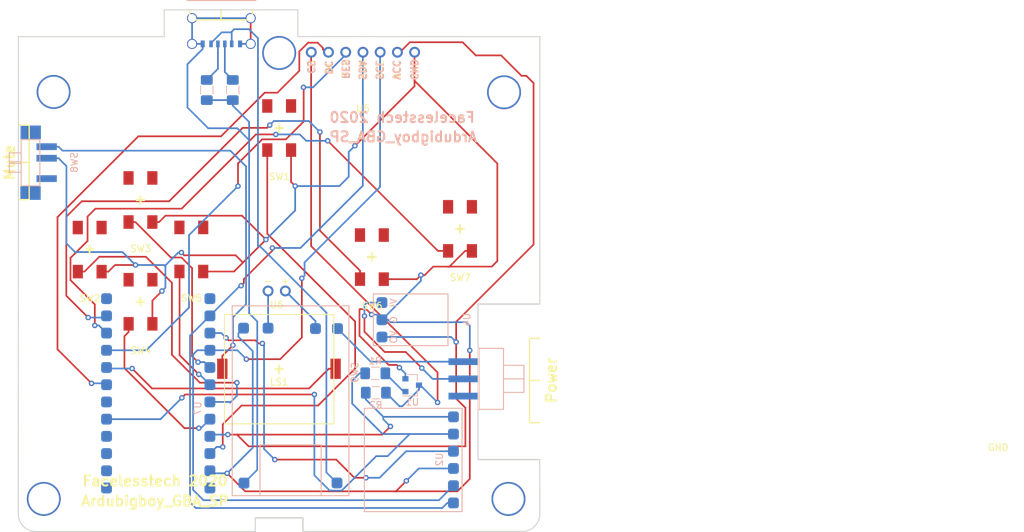
<source format=kicad_pcb>
(kicad_pcb (version 20171130) (host pcbnew 5.0.2+dfsg1-1~bpo9+1)

  (general
    (thickness 1.6)
    (drawings 54)
    (tracks 400)
    (zones 0)
    (modules 28)
    (nets 43)
  )

  (page A4)
  (layers
    (0 F.Cu signal)
    (31 B.Cu signal)
    (32 B.Adhes user)
    (33 F.Adhes user)
    (34 B.Paste user)
    (35 F.Paste user)
    (36 B.SilkS user)
    (37 F.SilkS user)
    (38 B.Mask user)
    (39 F.Mask user)
    (40 Dwgs.User user)
    (41 Cmts.User user)
    (42 Eco1.User user)
    (43 Eco2.User user)
    (44 Edge.Cuts user)
    (45 Margin user)
    (46 B.CrtYd user)
    (47 F.CrtYd user)
    (48 B.Fab user)
    (49 F.Fab user)
  )

  (setup
    (last_trace_width 0.25)
    (trace_clearance 0.2)
    (zone_clearance 0.508)
    (zone_45_only no)
    (trace_min 0.2)
    (segment_width 0.2)
    (edge_width 0.15)
    (via_size 0.8)
    (via_drill 0.4)
    (via_min_size 0.4)
    (via_min_drill 0.3)
    (uvia_size 0.3)
    (uvia_drill 0.1)
    (uvias_allowed no)
    (uvia_min_size 0.2)
    (uvia_min_drill 0.1)
    (pcb_text_width 0.3)
    (pcb_text_size 1.5 1.5)
    (mod_edge_width 0.15)
    (mod_text_size 1 1)
    (mod_text_width 0.15)
    (pad_size 1.524 1.524)
    (pad_drill 0.762)
    (pad_to_mask_clearance 0.051)
    (solder_mask_min_width 0.25)
    (aux_axis_origin 0 0)
    (visible_elements FFFFFF7F)
    (pcbplotparams
      (layerselection 0x010f0_ffffffff)
      (usegerberextensions false)
      (usegerberattributes false)
      (usegerberadvancedattributes false)
      (creategerberjobfile false)
      (excludeedgelayer true)
      (linewidth 0.100000)
      (plotframeref false)
      (viasonmask false)
      (mode 1)
      (useauxorigin false)
      (hpglpennumber 1)
      (hpglpenspeed 20)
      (hpglpendiameter 15.000000)
      (psnegative false)
      (psa4output false)
      (plotreference true)
      (plotvalue true)
      (plotinvisibletext false)
      (padsonsilk false)
      (subtractmaskfromsilk false)
      (outputformat 1)
      (mirror false)
      (drillshape 0)
      (scaleselection 1)
      (outputdirectory "gerbers/"))
  )

  (net 0 "")
  (net 1 "Net-(LS1-Pad1)")
  (net 2 "Net-(LS1-Pad2)")
  (net 3 "Net-(R1-Pad1)")
  (net 4 "Net-(R1-Pad2)")
  (net 5 "Net-(R2-Pad2)")
  (net 6 "Net-(R2-Pad1)")
  (net 7 "Net-(SW1-Pad2)")
  (net 8 "Net-(U2-Pad3)")
  (net 9 "Net-(U2-Pad5)")
  (net 10 "Net-(U2-Pad6)")
  (net 11 "Net-(U3-Pad1)")
  (net 12 "Net-(U3-Pad3)")
  (net 13 "Net-(U3-Pad4)")
  (net 14 "Net-(U3-Pad6)")
  (net 15 "Net-(U3-Pad7)")
  (net 16 "Net-(U3-Pad9)")
  (net 17 "Net-(SW7-Pad1)")
  (net 18 "Net-(SW6-Pad1)")
  (net 19 "Net-(U3-Pad12)")
  (net 20 "Net-(U3-Pad13)")
  (net 21 "Net-(SW3-Pad1)")
  (net 22 "Net-(SW5-Pad1)")
  (net 23 "Net-(SW2-Pad1)")
  (net 24 "Net-(SW4-Pad1)")
  (net 25 "Net-(SW1-Pad1)")
  (net 26 "Net-(U3-Pad24)")
  (net 27 "Net-(U3-Pad2)")
  (net 28 "Net-(SW9-Pad2)")
  (net 29 "Net-(SW9-Pad3)")
  (net 30 "Net-(U6-Pad2)")
  (net 31 "Net-(U6-Pad1)")
  (net 32 "Net-(SW9-Pad1)")
  (net 33 "Net-(U8-Pad1)")
  (net 34 "Net-(U9-Pad1)")
  (net 35 "Net-(U10-Pad1)")
  (net 36 "Net-(U11-Pad1)")
  (net 37 "Net-(U12-Pad1)")
  (net 38 "Net-(R3-Pad2)")
  (net 39 "Net-(R3-Pad1)")
  (net 40 "Net-(R4-Pad1)")
  (net 41 "Net-(U13-Pad2)")
  (net 42 "Net-(SW8-Pad1)")

  (net_class Default "This is the default net class."
    (clearance 0.2)
    (trace_width 0.25)
    (via_dia 0.8)
    (via_drill 0.4)
    (uvia_dia 0.3)
    (uvia_drill 0.1)
    (add_net "Net-(LS1-Pad1)")
    (add_net "Net-(LS1-Pad2)")
    (add_net "Net-(R1-Pad1)")
    (add_net "Net-(R1-Pad2)")
    (add_net "Net-(R2-Pad1)")
    (add_net "Net-(R2-Pad2)")
    (add_net "Net-(R3-Pad1)")
    (add_net "Net-(R3-Pad2)")
    (add_net "Net-(R4-Pad1)")
    (add_net "Net-(SW1-Pad1)")
    (add_net "Net-(SW1-Pad2)")
    (add_net "Net-(SW2-Pad1)")
    (add_net "Net-(SW3-Pad1)")
    (add_net "Net-(SW4-Pad1)")
    (add_net "Net-(SW5-Pad1)")
    (add_net "Net-(SW6-Pad1)")
    (add_net "Net-(SW7-Pad1)")
    (add_net "Net-(SW8-Pad1)")
    (add_net "Net-(SW9-Pad1)")
    (add_net "Net-(SW9-Pad2)")
    (add_net "Net-(SW9-Pad3)")
    (add_net "Net-(U10-Pad1)")
    (add_net "Net-(U11-Pad1)")
    (add_net "Net-(U12-Pad1)")
    (add_net "Net-(U13-Pad2)")
    (add_net "Net-(U2-Pad3)")
    (add_net "Net-(U2-Pad5)")
    (add_net "Net-(U2-Pad6)")
    (add_net "Net-(U3-Pad1)")
    (add_net "Net-(U3-Pad12)")
    (add_net "Net-(U3-Pad13)")
    (add_net "Net-(U3-Pad2)")
    (add_net "Net-(U3-Pad24)")
    (add_net "Net-(U3-Pad3)")
    (add_net "Net-(U3-Pad4)")
    (add_net "Net-(U3-Pad6)")
    (add_net "Net-(U3-Pad7)")
    (add_net "Net-(U3-Pad9)")
    (add_net "Net-(U6-Pad1)")
    (add_net "Net-(U6-Pad2)")
    (add_net "Net-(U8-Pad1)")
    (add_net "Net-(U9-Pad1)")
  )

  (module "" (layer F.Cu) (tedit 0) (tstamp 0)
    (at 118.11 49.89)
    (fp_text reference "" (at 85.53 54.36) (layer F.SilkS)
      (effects (font (size 1.27 1.27) (thickness 0.15)))
    )
    (fp_text value "" (at 85.53 54.36) (layer F.SilkS)
      (effects (font (size 1.27 1.27) (thickness 0.15)))
    )
    (fp_text user GND (at 81.9254 64.02572) (layer F.SilkS)
      (effects (font (size 1 1) (thickness 0.15)))
    )
  )

  (module usb_custom:USB_C_6PIN_custom (layer B.Cu) (tedit 5FB69C7F) (tstamp 5FDC602C)
    (at 85.53 54.36 180)
    (path /5FAFED6A)
    (fp_text reference U13 (at 0.1016 10.2743 180) (layer B.SilkS) hide
      (effects (font (size 1 1) (thickness 0.15)) (justify mirror))
    )
    (fp_text value usb_c_6pin (at 0.0635 8.1026 180) (layer B.Fab) hide
      (effects (font (size 1 1) (thickness 0.15)) (justify mirror))
    )
    (fp_line (start -5.08 6.4008) (end 5.08 6.4008) (layer B.SilkS) (width 0.15))
    (pad 3 smd rect (at -0.508 0 180) (size 0.52 1) (layers B.Cu B.Paste B.Mask)
      (net 39 "Net-(R3-Pad1)"))
    (pad 4 smd rect (at 0.508 0 180) (size 0.52 1) (layers B.Cu B.Paste B.Mask)
      (net 40 "Net-(R4-Pad1)"))
    (pad 2 smd rect (at 1.524 0 180) (size 0.52 1) (layers B.Cu B.Paste B.Mask)
      (net 41 "Net-(U13-Pad2)"))
    (pad 2 smd rect (at -1.524 0 180) (size 0.52 1) (layers B.Cu B.Paste B.Mask)
      (net 41 "Net-(U13-Pad2)"))
    (pad 1 smd rect (at 2.7559 0 180) (size 0.6 1) (layers B.Cu B.Paste B.Mask)
      (net 38 "Net-(R3-Pad2)"))
    (pad 1 smd rect (at -2.7559 0 180) (size 0.6 1) (layers B.Cu B.Paste B.Mask)
      (net 38 "Net-(R3-Pad2)"))
    (pad 1 thru_hole circle (at 4.318 0 180) (size 1.5 1.5) (drill 1.2) (layers *.Cu *.Mask)
      (net 38 "Net-(R3-Pad2)"))
    (pad 1 thru_hole circle (at -4.318 0 180) (size 1.5 1.5) (drill 1.2) (layers *.Cu *.Mask)
      (net 38 "Net-(R3-Pad2)"))
    (pad 1 thru_hole circle (at -4.318 3.7973 180) (size 1.5 1.5) (drill 1.2) (layers *.Cu *.Mask)
      (net 38 "Net-(R3-Pad2)"))
    (pad 1 thru_hole circle (at 4.318 3.7973 180) (size 1.5 1.5) (drill 1.2) (layers *.Cu *.Mask)
      (net 38 "Net-(R3-Pad2)"))
  )

  (module screens:ssd1309_2.42_custom_headers (layer F.Cu) (tedit 600F474E) (tstamp 5FCF18B7)
    (at 106.4 55.59 270)
    (path /5F0AEFA7)
    (fp_text reference U5 (at 8.32104 0) (layer F.SilkS)
      (effects (font (size 1 1) (thickness 0.15)))
    )
    (fp_text value ssd1309_2.42_custom (at 6.36524 0.03048) (layer F.Fab)
      (effects (font (size 1 1) (thickness 0.15)))
    )
    (fp_line (start -2.54 21.50364) (end -2.54 21.49856) (layer F.SilkS) (width 0.15))
    (fp_text user GND (at 2.58572 -7.6454 270) (layer F.SilkS)
      (effects (font (size 1 1) (thickness 0.15)))
    )
    (fp_text user VCC (at 2.52476 -5.03936 270) (layer F.SilkS)
      (effects (font (size 1 1) (thickness 0.15)))
    )
    (fp_text user SCL (at 2.55524 -2.5654 270) (layer F.SilkS)
      (effects (font (size 1 1) (thickness 0.15)))
    )
    (fp_text user SDA (at 2.55524 0.00508 270) (layer F.SilkS)
      (effects (font (size 1 1) (thickness 0.15)))
    )
    (fp_text user RES (at 2.44856 2.54508 270) (layer F.SilkS)
      (effects (font (size 1 1) (thickness 0.15)))
    )
    (fp_text user DC (at 2.08788 5.01904 270) (layer F.SilkS)
      (effects (font (size 1 1) (thickness 0.15)))
    )
    (fp_text user CS (at 2.14884 7.56412 270) (layer F.SilkS)
      (effects (font (size 1 1) (thickness 0.15)))
    )
    (pad 1 thru_hole circle (at 0 -7.62 270) (size 1.6 1.6) (drill 1) (layers *.Cu *.Mask)
      (net 7 "Net-(SW1-Pad2)"))
    (pad 2 thru_hole circle (at 0 -5.08 270) (size 1.6 1.6) (drill 1) (layers *.Cu *.Mask)
      (net 6 "Net-(R2-Pad1)"))
    (pad 3 thru_hole circle (at 0 -2.54 270) (size 1.6 1.6) (drill 1) (layers *.Cu *.Mask)
      (net 9 "Net-(U2-Pad5)"))
    (pad 4 thru_hole circle (at 0 0 270) (size 1.6 1.6) (drill 1) (layers *.Cu *.Mask)
      (net 10 "Net-(U2-Pad6)"))
    (pad 5 thru_hole circle (at 0 2.54 270) (size 1.6 1.6) (drill 1) (layers *.Cu *.Mask)
      (net 16 "Net-(U3-Pad9)"))
    (pad 6 thru_hole circle (at 0 5.08 270) (size 1.6 1.6) (drill 1) (layers *.Cu *.Mask)
      (net 15 "Net-(U3-Pad7)"))
    (pad 7 thru_hole circle (at 0 7.62 270) (size 1.6 1.6) (drill 1) (layers *.Cu *.Mask)
      (net 5 "Net-(R2-Pad2)"))
  )

  (module w25q128:W25Q128_smd_custom (layer B.Cu) (tedit 5F0AEF49) (tstamp 5F2F351F)
    (at 119.74 115.74 270)
    (path /5F0AE669)
    (fp_text reference U2 (at -0.0635 2.0701 270) (layer B.SilkS)
      (effects (font (size 1 1) (thickness 0.15)) (justify mirror))
    )
    (fp_text value w25q128 (at -0.0254 3.6195 270) (layer B.Fab)
      (effects (font (size 1 1) (thickness 0.15)) (justify mirror))
    )
    (fp_line (start -7.6073 -1.27) (end 7.6327 -1.27) (layer B.SilkS) (width 0.15))
    (fp_line (start 7.6327 -1.27) (end 7.6327 13.1318) (layer B.SilkS) (width 0.15))
    (fp_line (start 7.6327 13.1318) (end -7.6073 13.1318) (layer B.SilkS) (width 0.15))
    (fp_line (start -7.6073 13.1318) (end -7.6073 -1.27) (layer B.SilkS) (width 0.15))
    (pad 3 smd roundrect (at -1.27 0 270) (size 1.6 1.6) (layers B.Cu B.Paste B.Mask) (roundrect_rratio 0.25)
      (net 8 "Net-(U2-Pad3)"))
    (pad 4 smd roundrect (at 1.27 0 270) (size 1.6 1.6) (layers B.Cu B.Paste B.Mask) (roundrect_rratio 0.25)
      (net 7 "Net-(SW1-Pad2)"))
    (pad 5 smd roundrect (at 3.81 0 270) (size 1.6 1.6) (layers B.Cu B.Paste B.Mask) (roundrect_rratio 0.25)
      (net 9 "Net-(U2-Pad5)"))
    (pad 6 smd roundrect (at 6.35 0 270) (size 1.6 1.6) (layers B.Cu B.Paste B.Mask) (roundrect_rratio 0.25)
      (net 10 "Net-(U2-Pad6)"))
    (pad 2 smd roundrect (at -3.81 0 270) (size 1.6 1.6) (layers B.Cu B.Paste B.Mask) (roundrect_rratio 0.25)
      (net 4 "Net-(R1-Pad2)"))
    (pad 1 smd roundrect (at -6.35 0 270) (size 1.6 1.6) (layers B.Cu B.Paste B.Mask) (roundrect_rratio 0.25)
      (net 6 "Net-(R2-Pad1)"))
  )

  (module power_bank_boards:Tiny_boost_orange_smd (layer B.Cu) (tedit 5FB69C98) (tstamp 5F52D951)
    (at 109.2 95.07 90)
    (path /5F11FADC)
    (fp_text reference U4 (at 0 12.53236 90) (layer B.SilkS)
      (effects (font (size 1 1) (thickness 0.15)) (justify mirror))
    )
    (fp_text value tiny_boost_custom (at -0.0254 11.049 90) (layer B.Fab) hide
      (effects (font (size 1 1) (thickness 0.15)) (justify mirror))
    )
    (fp_text user VI (at 2.4892 1.72212 90) (layer B.SilkS)
      (effects (font (size 1 1) (thickness 0.15)) (justify mirror))
    )
    (fp_text user VO (at -2.54 1.72212 90) (layer B.SilkS)
      (effects (font (size 1 1) (thickness 0.15)) (justify mirror))
    )
    (fp_text user G (at 0.0254 1.72212 90) (layer B.SilkS)
      (effects (font (size 1 1) (thickness 0.15)) (justify mirror))
    )
    (fp_line (start -3.81508 -1.27) (end -3.81508 9.73328) (layer B.SilkS) (width 0.15))
    (fp_line (start -3.81 -1.27) (end 3.81 -1.27) (layer B.SilkS) (width 0.15))
    (fp_line (start 3.81508 -1.27508) (end 3.81508 9.7282) (layer B.SilkS) (width 0.15))
    (fp_line (start -3.82016 9.73328) (end 3.79984 9.73328) (layer B.SilkS) (width 0.15))
    (pad 1 smd roundrect (at 2.54 0 90) (size 1.6 1.6) (layers B.Cu B.Paste B.Mask) (roundrect_rratio 0.25)
      (net 28 "Net-(SW9-Pad2)"))
    (pad 2 smd roundrect (at 0 0 90) (size 1.6 1.6) (layers B.Cu B.Paste B.Mask) (roundrect_rratio 0.25)
      (net 7 "Net-(SW1-Pad2)"))
    (pad 3 smd roundrect (at -2.54 0 90) (size 1.6 1.6) (layers B.Cu B.Paste B.Mask) (roundrect_rratio 0.25)
      (net 6 "Net-(R2-Pad1)"))
  )

  (module speakers:piezo_smd (layer F.Cu) (tedit 5BC21BD9) (tstamp 5FD078B4)
    (at 94.05 102.36)
    (path /5F0E53B2)
    (fp_text reference LS1 (at 0 1.905) (layer F.SilkS)
      (effects (font (size 1 1) (thickness 0.15)))
    )
    (fp_text value Speaker (at 0 -2.6035) (layer F.Fab)
      (effects (font (size 1 1) (thickness 0.15)))
    )
    (fp_line (start 0 -8.0645) (end 8.0645 -8.0645) (layer F.SilkS) (width 0.15))
    (fp_line (start 8.0645 -8.0645) (end 8.0645 8.0645) (layer F.SilkS) (width 0.15))
    (fp_line (start 8.0645 8.0645) (end -8.0645 8.0645) (layer F.SilkS) (width 0.15))
    (fp_line (start -8.0645 8.0645) (end -8.0645 -8.0645) (layer F.SilkS) (width 0.15))
    (fp_line (start -8.0645 -8.0645) (end 0 -8.0645) (layer F.SilkS) (width 0.15))
    (pad 1 smd rect (at 8.3185 -0.0635) (size 1.524 3) (layers F.Cu F.Paste F.Mask)
      (net 1 "Net-(LS1-Pad1)"))
    (pad 2 smd rect (at -8.382 -0.0635) (size 1.524 3) (layers F.Cu F.Paste F.Mask)
      (net 2 "Net-(LS1-Pad2)"))
  )

  (module Resistor_SMD:R_1206_3216Metric_Pad1.42x1.75mm_HandSolder (layer B.Cu) (tedit 5B301BBD) (tstamp 5FE84DBE)
    (at 108.2125 102.97 180)
    (descr "Resistor SMD 1206 (3216 Metric), square (rectangular) end terminal, IPC_7351 nominal with elongated pad for handsoldering. (Body size source: http://www.tortai-tech.com/upload/download/2011102023233369053.pdf), generated with kicad-footprint-generator")
    (tags "resistor handsolder")
    (path /5F0AE371)
    (attr smd)
    (fp_text reference R1 (at 0 1.82 180) (layer B.SilkS)
      (effects (font (size 1 1) (thickness 0.15)) (justify mirror))
    )
    (fp_text value R (at 0 -1.82 180) (layer B.Fab)
      (effects (font (size 1 1) (thickness 0.15)) (justify mirror))
    )
    (fp_line (start -1.6 -0.8) (end -1.6 0.8) (layer B.Fab) (width 0.1))
    (fp_line (start -1.6 0.8) (end 1.6 0.8) (layer B.Fab) (width 0.1))
    (fp_line (start 1.6 0.8) (end 1.6 -0.8) (layer B.Fab) (width 0.1))
    (fp_line (start 1.6 -0.8) (end -1.6 -0.8) (layer B.Fab) (width 0.1))
    (fp_line (start -0.602064 0.91) (end 0.602064 0.91) (layer B.SilkS) (width 0.12))
    (fp_line (start -0.602064 -0.91) (end 0.602064 -0.91) (layer B.SilkS) (width 0.12))
    (fp_line (start -2.45 -1.12) (end -2.45 1.12) (layer B.CrtYd) (width 0.05))
    (fp_line (start -2.45 1.12) (end 2.45 1.12) (layer B.CrtYd) (width 0.05))
    (fp_line (start 2.45 1.12) (end 2.45 -1.12) (layer B.CrtYd) (width 0.05))
    (fp_line (start 2.45 -1.12) (end -2.45 -1.12) (layer B.CrtYd) (width 0.05))
    (fp_text user %R (at 0 0 180) (layer B.Fab)
      (effects (font (size 0.8 0.8) (thickness 0.12)) (justify mirror))
    )
    (pad 1 smd roundrect (at -1.4875 0 180) (size 1.425 1.75) (layers B.Cu B.Paste B.Mask) (roundrect_rratio 0.175439)
      (net 3 "Net-(R1-Pad1)"))
    (pad 2 smd roundrect (at 1.4875 0 180) (size 1.425 1.75) (layers B.Cu B.Paste B.Mask) (roundrect_rratio 0.175439)
      (net 4 "Net-(R1-Pad2)"))
    (model ${KISYS3DMOD}/Resistor_SMD.3dshapes/R_1206_3216Metric.wrl
      (at (xyz 0 0 0))
      (scale (xyz 1 1 1))
      (rotate (xyz 0 0 0))
    )
  )

  (module Resistor_SMD:R_1206_3216Metric_Pad1.42x1.75mm_HandSolder (layer B.Cu) (tedit 5B301BBD) (tstamp 5F2F34F4)
    (at 108.3025 105.83)
    (descr "Resistor SMD 1206 (3216 Metric), square (rectangular) end terminal, IPC_7351 nominal with elongated pad for handsoldering. (Body size source: http://www.tortai-tech.com/upload/download/2011102023233369053.pdf), generated with kicad-footprint-generator")
    (tags "resistor handsolder")
    (path /5F0AE3C8)
    (attr smd)
    (fp_text reference R2 (at 0 1.82) (layer B.SilkS)
      (effects (font (size 1 1) (thickness 0.15)) (justify mirror))
    )
    (fp_text value R (at 0 -1.82) (layer B.Fab)
      (effects (font (size 1 1) (thickness 0.15)) (justify mirror))
    )
    (fp_text user %R (at 0 0) (layer B.Fab)
      (effects (font (size 0.8 0.8) (thickness 0.12)) (justify mirror))
    )
    (fp_line (start 2.45 -1.12) (end -2.45 -1.12) (layer B.CrtYd) (width 0.05))
    (fp_line (start 2.45 1.12) (end 2.45 -1.12) (layer B.CrtYd) (width 0.05))
    (fp_line (start -2.45 1.12) (end 2.45 1.12) (layer B.CrtYd) (width 0.05))
    (fp_line (start -2.45 -1.12) (end -2.45 1.12) (layer B.CrtYd) (width 0.05))
    (fp_line (start -0.602064 -0.91) (end 0.602064 -0.91) (layer B.SilkS) (width 0.12))
    (fp_line (start -0.602064 0.91) (end 0.602064 0.91) (layer B.SilkS) (width 0.12))
    (fp_line (start 1.6 -0.8) (end -1.6 -0.8) (layer B.Fab) (width 0.1))
    (fp_line (start 1.6 0.8) (end 1.6 -0.8) (layer B.Fab) (width 0.1))
    (fp_line (start -1.6 0.8) (end 1.6 0.8) (layer B.Fab) (width 0.1))
    (fp_line (start -1.6 -0.8) (end -1.6 0.8) (layer B.Fab) (width 0.1))
    (pad 2 smd roundrect (at 1.4875 0) (size 1.425 1.75) (layers B.Cu B.Paste B.Mask) (roundrect_rratio 0.175439)
      (net 5 "Net-(R2-Pad2)"))
    (pad 1 smd roundrect (at -1.4875 0) (size 1.425 1.75) (layers B.Cu B.Paste B.Mask) (roundrect_rratio 0.175439)
      (net 6 "Net-(R2-Pad1)"))
    (model ${KISYS3DMOD}/Resistor_SMD.3dshapes/R_1206_3216Metric.wrl
      (at (xyz 0 0 0))
      (scale (xyz 1 1 1))
      (rotate (xyz 0 0 0))
    )
  )

  (module promicro:ProMicro_smd_pads (layer B.Cu) (tedit 5CE986A9) (tstamp 5F2F3543)
    (at 76.22 105.92 90)
    (descr "Pro Micro footprint")
    (tags "promicro ProMicro")
    (path /5F0AE140)
    (fp_text reference U3 (at 0 10.16 90) (layer B.SilkS) hide
      (effects (font (size 1 1) (thickness 0.15)) (justify mirror))
    )
    (fp_text value ProMicro (at 0 -10.16 90) (layer B.Fab)
      (effects (font (size 1 1) (thickness 0.15)) (justify mirror))
    )
    (fp_line (start -15.24 -8.89) (end 15.24 -8.89) (layer F.Fab) (width 0.15))
    (fp_line (start -15.24 -8.89) (end -15.24 -3.81) (layer F.Fab) (width 0.15))
    (fp_line (start -15.24 -3.81) (end -17.78 -3.81) (layer F.Fab) (width 0.15))
    (fp_line (start -17.78 -3.81) (end -17.78 3.81) (layer F.Fab) (width 0.15))
    (fp_line (start -17.78 3.81) (end -15.24 3.81) (layer F.Fab) (width 0.15))
    (fp_line (start -15.24 3.81) (end -15.24 8.89) (layer F.Fab) (width 0.15))
    (fp_line (start -15.24 8.89) (end 15.24 8.89) (layer F.Fab) (width 0.15))
    (fp_line (start 15.24 8.89) (end 15.24 -8.89) (layer F.Fab) (width 0.15))
    (pad 1 smd roundrect (at -13.97 -7.62 90) (size 1.6 1.6) (layers B.Cu B.Paste B.Mask) (roundrect_rratio 0.25)
      (net 11 "Net-(U3-Pad1)"))
    (pad 2 smd roundrect (at -11.43 -7.62 90) (size 1.6 1.6) (layers B.Cu B.Paste B.Mask) (roundrect_rratio 0.25)
      (net 27 "Net-(U3-Pad2)"))
    (pad 3 smd roundrect (at -8.89 -7.62 90) (size 1.6 1.6) (layers B.Cu B.Paste B.Mask) (roundrect_rratio 0.25)
      (net 12 "Net-(U3-Pad3)"))
    (pad 4 smd roundrect (at -6.35 -7.62 90) (size 1.6 1.6) (layers B.Cu B.Paste B.Mask) (roundrect_rratio 0.25)
      (net 13 "Net-(U3-Pad4)"))
    (pad 5 smd roundrect (at -3.81 -7.62 90) (size 1.6 1.6) (layers B.Cu B.Paste B.Mask) (roundrect_rratio 0.25)
      (net 4 "Net-(R1-Pad2)"))
    (pad 6 smd roundrect (at -1.27 -7.62 90) (size 1.6 1.6) (layers B.Cu B.Paste B.Mask) (roundrect_rratio 0.25)
      (net 14 "Net-(U3-Pad6)"))
    (pad 7 smd roundrect (at 1.27 -7.62 90) (size 1.6 1.6) (layers B.Cu B.Paste B.Mask) (roundrect_rratio 0.25)
      (net 15 "Net-(U3-Pad7)"))
    (pad 8 smd roundrect (at 3.81 -7.62 90) (size 1.6 1.6) (layers B.Cu B.Paste B.Mask) (roundrect_rratio 0.25)
      (net 1 "Net-(LS1-Pad1)"))
    (pad 9 smd roundrect (at 6.35 -7.62 90) (size 1.6 1.6) (layers B.Cu B.Paste B.Mask) (roundrect_rratio 0.25)
      (net 16 "Net-(U3-Pad9)"))
    (pad 10 smd roundrect (at 8.89 -7.62 90) (size 1.6 1.6) (layers B.Cu B.Paste B.Mask) (roundrect_rratio 0.25)
      (net 17 "Net-(SW7-Pad1)"))
    (pad 11 smd roundrect (at 11.43 -7.62 90) (size 1.6 1.6) (layers B.Cu B.Paste B.Mask) (roundrect_rratio 0.25)
      (net 18 "Net-(SW6-Pad1)"))
    (pad 12 smd roundrect (at 13.97 -7.62 90) (size 1.6 1.6) (layers B.Cu B.Paste B.Mask) (roundrect_rratio 0.25)
      (net 19 "Net-(U3-Pad12)"))
    (pad 13 smd roundrect (at 13.97 7.62 90) (size 1.6 1.6) (layers B.Cu B.Paste B.Mask) (roundrect_rratio 0.25)
      (net 20 "Net-(U3-Pad13)"))
    (pad 14 smd roundrect (at 11.43 7.62 90) (size 1.6 1.6) (layers B.Cu B.Paste B.Mask) (roundrect_rratio 0.25)
      (net 10 "Net-(U2-Pad6)"))
    (pad 15 connect roundrect (at 8.89 7.62 90) (size 1.6 1.6) (layers B.Cu B.Mask) (roundrect_rratio 0.25)
      (net 8 "Net-(U2-Pad3)"))
    (pad 16 smd roundrect (at 6.35 7.62 90) (size 1.6 1.6) (layers B.Cu B.Paste B.Mask) (roundrect_rratio 0.25)
      (net 9 "Net-(U2-Pad5)"))
    (pad 17 smd roundrect (at 3.81 7.62 90) (size 1.6 1.6) (layers B.Cu B.Paste B.Mask) (roundrect_rratio 0.25)
      (net 21 "Net-(SW3-Pad1)"))
    (pad 18 smd roundrect (at 1.27 7.62 90) (size 1.6 1.6) (layers B.Cu B.Paste B.Mask) (roundrect_rratio 0.25)
      (net 22 "Net-(SW5-Pad1)"))
    (pad 19 smd roundrect (at -1.27 7.62 90) (size 1.6 1.6) (layers B.Cu B.Paste B.Mask) (roundrect_rratio 0.25)
      (net 23 "Net-(SW2-Pad1)"))
    (pad 20 smd roundrect (at -3.81 7.62 90) (size 1.6 1.6) (layers B.Cu B.Paste B.Mask) (roundrect_rratio 0.25)
      (net 24 "Net-(SW4-Pad1)"))
    (pad 21 smd roundrect (at -6.35 7.62 90) (size 1.6 1.6) (layers B.Cu B.Paste B.Mask) (roundrect_rratio 0.25)
      (net 6 "Net-(R2-Pad1)"))
    (pad 22 smd roundrect (at -8.89 7.62 90) (size 1.6 1.6) (layers B.Cu B.Paste B.Mask) (roundrect_rratio 0.25)
      (net 25 "Net-(SW1-Pad1)"))
    (pad 23 smd roundrect (at -11.43 7.62 90) (size 1.6 1.6) (layers B.Cu B.Paste B.Mask) (roundrect_rratio 0.25)
      (net 7 "Net-(SW1-Pad2)"))
    (pad 24 smd roundrect (at -13.97 7.62 90) (size 1.6 1.6) (layers B.Cu B.Paste B.Mask) (roundrect_rratio 0.25)
      (net 26 "Net-(U3-Pad24)"))
  )

  (module power_bank_boards:USB_C_SMD_lipo_charger_custom (layer B.Cu) (tedit 5DC1A321) (tstamp 5F52D962)
    (at 95.73 119.15 180)
    (path /5F11F998)
    (fp_text reference U7 (at 13.6652 11.0363 90) (layer B.SilkS)
      (effects (font (size 1 1) (thickness 0.15)) (justify mirror))
    )
    (fp_text value USB_C_lipo_charger_custom (at 11.1633 11.3919 90) (layer B.Fab)
      (effects (font (size 1 1) (thickness 0.15)) (justify mirror))
    )
    (fp_line (start -8.5979 -1.8669) (end 8.5979 -1.8669) (layer B.SilkS) (width 0.15))
    (fp_line (start 8.5979 -1.8669) (end 8.5979 26.1366) (layer B.SilkS) (width 0.15))
    (fp_line (start -8.5979 -1.8669) (end -8.5979 26.1366) (layer B.SilkS) (width 0.15))
    (fp_line (start -8.5979 26.1366) (end 8.5979 26.1366) (layer B.SilkS) (width 0.15))
    (fp_line (start -4.5085 -1.8669) (end -4.5085 5.6388) (layer B.SilkS) (width 0.15))
    (fp_line (start -4.5085 5.6388) (end 4.5085 5.6388) (layer B.SilkS) (width 0.15))
    (fp_line (start 4.5085 5.6388) (end 4.5085 -1.8669) (layer B.SilkS) (width 0.15))
    (pad 1 smd roundrect (at -6.8453 0 180) (size 1.6 1.6) (layers B.Cu B.Paste B.Mask) (roundrect_rratio 0.25)
      (net 41 "Net-(U13-Pad2)"))
    (pad 2 smd roundrect (at 6.8707 -0.0127 180) (size 1.6 1.6) (layers B.Cu B.Paste B.Mask) (roundrect_rratio 0.25)
      (net 38 "Net-(R3-Pad2)"))
    (pad 3 smd roundrect (at -6.9215 22.7838 180) (size 1.6 1.6) (layers B.Cu B.Paste B.Mask) (roundrect_rratio 0.25)
      (net 29 "Net-(SW9-Pad3)"))
    (pad 4 smd roundrect (at -3.6703 22.7838 180) (size 1.6 1.6) (layers B.Cu B.Paste B.Mask) (roundrect_rratio 0.25)
      (net 30 "Net-(U6-Pad2)"))
    (pad 6 smd roundrect (at 6.9342 22.8473 180) (size 1.6 1.6) (layers B.Cu B.Paste B.Mask) (roundrect_rratio 0.25)
      (net 7 "Net-(SW1-Pad2)"))
    (pad 5 smd roundrect (at 3.3147 22.8473 180) (size 1.6 1.6) (layers B.Cu B.Paste B.Mask) (roundrect_rratio 0.25)
      (net 31 "Net-(U6-Pad1)"))
  )

  (module buttons_custom:3_pin_switch_smd_side_mount (layer B.Cu) (tedit 5F15F09C) (tstamp 5FB83C20)
    (at 121.26 103.79 90)
    (path /5F11FC89)
    (fp_text reference SW9 (at 0.9398 -16.06296 90) (layer B.SilkS)
      (effects (font (size 1 1) (thickness 0.15)) (justify mirror))
    )
    (fp_text value SW_Push_SPDT (at -0.127 -11.59256 90) (layer B.Fab)
      (effects (font (size 1 1) (thickness 0.15)) (justify mirror))
    )
    (fp_line (start -4.50088 5.85216) (end -4.50088 2.24028) (layer B.SilkS) (width 0.15))
    (fp_line (start -4.50088 2.24028) (end -4.50088 2.25044) (layer B.SilkS) (width 0.15))
    (fp_line (start 4.50088 5.86232) (end 4.50088 2.25044) (layer B.SilkS) (width 0.15))
    (fp_line (start 4.50088 2.25044) (end -4.50596 2.25044) (layer B.SilkS) (width 0.15))
    (fp_line (start 4.50088 5.86232) (end -4.50596 5.86232) (layer B.SilkS) (width 0.15))
    (fp_line (start -1.99644 5.85216) (end -2.00152 8.85444) (layer B.SilkS) (width 0.15))
    (fp_line (start 1.99644 5.87248) (end 1.99136 8.87476) (layer B.SilkS) (width 0.15))
    (fp_line (start 1.99136 8.86968) (end -1.99644 8.86968) (layer B.SilkS) (width 0.15))
    (fp_line (start 0.00508 5.8674) (end 0 8.86968) (layer B.SilkS) (width 0.15))
    (pad 2 smd rect (at 0 0 90) (size 1 4.5) (layers B.Cu B.Paste B.Mask)
      (net 28 "Net-(SW9-Pad2)"))
    (pad 3 smd rect (at 2.54 0 90) (size 1 4.5) (layers B.Cu B.Paste B.Mask)
      (net 29 "Net-(SW9-Pad3)"))
    (pad 1 smd rect (at -2.54 0 90) (size 1 4.5) (layers B.Cu B.Paste B.Mask)
      (net 32 "Net-(SW9-Pad1)"))
  )

  (module transistor_custom:SOT-23_custom (layer B.Cu) (tedit 5FB69CA0) (tstamp 5FE85063)
    (at 113.66 104.72)
    (descr "SOT-23, Standard")
    (tags SOT-23)
    (path /5F0AE95A)
    (attr smd)
    (fp_text reference U1 (at 0 2.5) (layer B.SilkS)
      (effects (font (size 1 1) (thickness 0.15)) (justify mirror))
    )
    (fp_text value 2n2222_smd (at 0 -2.5) (layer B.Fab) hide
      (effects (font (size 1 1) (thickness 0.15)) (justify mirror))
    )
    (fp_text user %R (at 0 0 -90) (layer B.Fab)
      (effects (font (size 0.5 0.5) (thickness 0.075)) (justify mirror))
    )
    (fp_line (start -0.7 0.95) (end -0.7 -1.5) (layer B.Fab) (width 0.1))
    (fp_line (start -0.15 1.52) (end 0.7 1.52) (layer B.Fab) (width 0.1))
    (fp_line (start -0.7 0.95) (end -0.15 1.52) (layer B.Fab) (width 0.1))
    (fp_line (start 0.7 1.52) (end 0.7 -1.52) (layer B.Fab) (width 0.1))
    (fp_line (start -0.7 -1.52) (end 0.7 -1.52) (layer B.Fab) (width 0.1))
    (fp_line (start 0.76 -1.58) (end 0.76 -0.65) (layer B.SilkS) (width 0.12))
    (fp_line (start 0.76 1.58) (end 0.76 0.65) (layer B.SilkS) (width 0.12))
    (fp_line (start -1.7 1.75) (end 1.7 1.75) (layer B.CrtYd) (width 0.05))
    (fp_line (start 1.7 1.75) (end 1.7 -1.75) (layer B.CrtYd) (width 0.05))
    (fp_line (start 1.7 -1.75) (end -1.7 -1.75) (layer B.CrtYd) (width 0.05))
    (fp_line (start -1.7 -1.75) (end -1.7 1.75) (layer B.CrtYd) (width 0.05))
    (fp_line (start 0.76 1.58) (end -1.4 1.58) (layer B.SilkS) (width 0.12))
    (fp_line (start 0.76 -1.58) (end -0.7 -1.58) (layer B.SilkS) (width 0.12))
    (pad 2 smd rect (at -1 0.95) (size 0.9 0.8) (layers B.Cu B.Paste B.Mask)
      (net 3 "Net-(R1-Pad1)"))
    (pad 1 smd rect (at -1 -0.95) (size 0.9 0.8) (layers B.Cu B.Paste B.Mask)
      (net 7 "Net-(SW1-Pad2)"))
    (pad 3 smd rect (at 1 0) (size 0.9 0.8) (layers B.Cu B.Paste B.Mask)
      (net 5 "Net-(R2-Pad2)"))
    (model ${KISYS3DMOD}/Package_TO_SOT_SMD.3dshapes/SOT-23.wrl
      (at (xyz 0 0 0))
      (scale (xyz 1 1 1))
      (rotate (xyz 0 0 0))
    )
  )

  (module Resistor_SMD:R_1206_3216Metric_Pad1.42x1.75mm_HandSolder (layer B.Cu) (tedit 5FAFED05) (tstamp 5FDC64FD)
    (at 87.21 61.17 270)
    (descr "Resistor SMD 1206 (3216 Metric), square (rectangular) end terminal, IPC_7351 nominal with elongated pad for handsoldering. (Body size source: http://www.tortai-tech.com/upload/download/2011102023233369053.pdf), generated with kicad-footprint-generator")
    (tags "resistor handsolder")
    (path /5FAFEEC2)
    (attr smd)
    (fp_text reference R3 (at 0 1.82 270) (layer B.SilkS) hide
      (effects (font (size 1 1) (thickness 0.15)) (justify mirror))
    )
    (fp_text value R (at 0 -1.82 270) (layer B.Fab) hide
      (effects (font (size 1 1) (thickness 0.15)) (justify mirror))
    )
    (fp_text user %R (at 0 0 270) (layer B.Fab)
      (effects (font (size 0.8 0.8) (thickness 0.12)) (justify mirror))
    )
    (fp_line (start 2.45 -1.12) (end -2.45 -1.12) (layer B.CrtYd) (width 0.05))
    (fp_line (start 2.45 1.12) (end 2.45 -1.12) (layer B.CrtYd) (width 0.05))
    (fp_line (start -2.45 1.12) (end 2.45 1.12) (layer B.CrtYd) (width 0.05))
    (fp_line (start -2.45 -1.12) (end -2.45 1.12) (layer B.CrtYd) (width 0.05))
    (fp_line (start -0.602064 -0.91) (end 0.602064 -0.91) (layer B.SilkS) (width 0.12))
    (fp_line (start -0.602064 0.91) (end 0.602064 0.91) (layer B.SilkS) (width 0.12))
    (fp_line (start 1.6 -0.8) (end -1.6 -0.8) (layer B.Fab) (width 0.1))
    (fp_line (start 1.6 0.8) (end 1.6 -0.8) (layer B.Fab) (width 0.1))
    (fp_line (start -1.6 0.8) (end 1.6 0.8) (layer B.Fab) (width 0.1))
    (fp_line (start -1.6 -0.8) (end -1.6 0.8) (layer B.Fab) (width 0.1))
    (pad 2 smd roundrect (at 1.4875 0 270) (size 1.425 1.75) (layers B.Cu B.Paste B.Mask) (roundrect_rratio 0.175439)
      (net 38 "Net-(R3-Pad2)"))
    (pad 1 smd roundrect (at -1.4875 0 270) (size 1.425 1.75) (layers B.Cu B.Paste B.Mask) (roundrect_rratio 0.175439)
      (net 39 "Net-(R3-Pad1)"))
    (model ${KISYS3DMOD}/Resistor_SMD.3dshapes/R_1206_3216Metric.wrl
      (at (xyz 0 0 0))
      (scale (xyz 1 1 1))
      (rotate (xyz 0 0 0))
    )
  )

  (module Resistor_SMD:R_1206_3216Metric_Pad1.42x1.75mm_HandSolder (layer B.Cu) (tedit 5FAFED11) (tstamp 5FDC64AB)
    (at 83.38 61.17 270)
    (descr "Resistor SMD 1206 (3216 Metric), square (rectangular) end terminal, IPC_7351 nominal with elongated pad for handsoldering. (Body size source: http://www.tortai-tech.com/upload/download/2011102023233369053.pdf), generated with kicad-footprint-generator")
    (tags "resistor handsolder")
    (path /5FAFEF4A)
    (attr smd)
    (fp_text reference R4 (at 0 1.82 270) (layer B.SilkS) hide
      (effects (font (size 1 1) (thickness 0.15)) (justify mirror))
    )
    (fp_text value R (at 0 -1.82 270) (layer B.Fab) hide
      (effects (font (size 1 1) (thickness 0.15)) (justify mirror))
    )
    (fp_line (start -1.6 -0.8) (end -1.6 0.8) (layer B.Fab) (width 0.1))
    (fp_line (start -1.6 0.8) (end 1.6 0.8) (layer B.Fab) (width 0.1))
    (fp_line (start 1.6 0.8) (end 1.6 -0.8) (layer B.Fab) (width 0.1))
    (fp_line (start 1.6 -0.8) (end -1.6 -0.8) (layer B.Fab) (width 0.1))
    (fp_line (start -0.602064 0.91) (end 0.602064 0.91) (layer B.SilkS) (width 0.12))
    (fp_line (start -0.602064 -0.91) (end 0.602064 -0.91) (layer B.SilkS) (width 0.12))
    (fp_line (start -2.45 -1.12) (end -2.45 1.12) (layer B.CrtYd) (width 0.05))
    (fp_line (start -2.45 1.12) (end 2.45 1.12) (layer B.CrtYd) (width 0.05))
    (fp_line (start 2.45 1.12) (end 2.45 -1.12) (layer B.CrtYd) (width 0.05))
    (fp_line (start 2.45 -1.12) (end -2.45 -1.12) (layer B.CrtYd) (width 0.05))
    (fp_text user %R (at 0 0 270) (layer B.Fab)
      (effects (font (size 0.8 0.8) (thickness 0.12)) (justify mirror))
    )
    (pad 1 smd roundrect (at -1.4875 0 270) (size 1.425 1.75) (layers B.Cu B.Paste B.Mask) (roundrect_rratio 0.175439)
      (net 40 "Net-(R4-Pad1)"))
    (pad 2 smd roundrect (at 1.4875 0 270) (size 1.425 1.75) (layers B.Cu B.Paste B.Mask) (roundrect_rratio 0.175439)
      (net 38 "Net-(R3-Pad2)"))
    (model ${KISYS3DMOD}/Resistor_SMD.3dshapes/R_1206_3216Metric.wrl
      (at (xyz 0 0 0))
      (scale (xyz 1 1 1))
      (rotate (xyz 0 0 0))
    )
  )

  (module buttons_custom:dome_buttons_custom (layer F.Cu) (tedit 5FB6A818) (tstamp 5FE85930)
    (at 66.12 84.71)
    (path /5F0BABF2)
    (fp_text reference SW2 (at 0.04064 7.19328) (layer F.SilkS)
      (effects (font (size 1 1) (thickness 0.15)))
    )
    (fp_text value SW_Push (at -0.08636 -8.70204) (layer F.Fab) hide
      (effects (font (size 1 1) (thickness 0.15)))
    )
    (pad 3 smd rect (at -1.75768 -3.2512) (size 1.5 2) (layers F.Cu F.Paste F.Mask))
    (pad 4 smd rect (at 1.7526 -3.2512) (size 1.5 2) (layers F.Cu F.Paste F.Mask))
    (pad 2 smd rect (at 1.7526 3.25628) (size 1.5 2) (layers F.Cu F.Paste F.Mask)
      (net 7 "Net-(SW1-Pad2)"))
    (pad 1 smd rect (at -1.7526 3.2512) (size 1.5 2) (layers F.Cu F.Paste F.Mask)
      (net 23 "Net-(SW2-Pad1)"))
  )

  (module buttons_custom:dome_buttons_custom (layer F.Cu) (tedit 5FB8F093) (tstamp 5FE85950)
    (at 73.61 92.41)
    (path /5F0BAAF5)
    (fp_text reference SW4 (at 0.04064 7.19328) (layer F.SilkS)
      (effects (font (size 1 1) (thickness 0.15)))
    )
    (fp_text value SW_Push (at -0.08636 -8.70204) (layer F.Fab) hide
      (effects (font (size 1 1) (thickness 0.15)))
    )
    (pad 3 smd rect (at -1.75768 -3.2512) (size 1.5 2) (layers F.Cu F.Paste F.Mask))
    (pad 4 smd rect (at 1.7526 -3.2512) (size 1.5 2) (layers F.Cu F.Paste F.Mask))
    (pad 2 smd rect (at 1.7526 3.25628) (size 1.5 2) (layers F.Cu F.Paste F.Mask)
      (net 7 "Net-(SW1-Pad2)"))
    (pad 1 smd rect (at -1.7526 3.2512) (size 1.5 2) (layers F.Cu F.Paste F.Mask)
      (net 24 "Net-(SW4-Pad1)"))
  )

  (module buttons_custom:dome_buttons_custom (layer F.Cu) (tedit 5FB6A815) (tstamp 5FE8599B)
    (at 81.1 84.69)
    (path /5F0BAB7C)
    (fp_text reference SW5 (at 0.04064 7.19328) (layer F.SilkS)
      (effects (font (size 1 1) (thickness 0.15)))
    )
    (fp_text value SW_Push (at -0.08636 -8.70204) (layer F.Fab) hide
      (effects (font (size 1 1) (thickness 0.15)))
    )
    (pad 3 smd rect (at -1.75768 -3.2512) (size 1.5 2) (layers F.Cu F.Paste F.Mask))
    (pad 4 smd rect (at 1.7526 -3.2512) (size 1.5 2) (layers F.Cu F.Paste F.Mask))
    (pad 2 smd rect (at 1.7526 3.25628) (size 1.5 2) (layers F.Cu F.Paste F.Mask)
      (net 7 "Net-(SW1-Pad2)"))
    (pad 1 smd rect (at -1.7526 3.2512) (size 1.5 2) (layers F.Cu F.Paste F.Mask)
      (net 22 "Net-(SW5-Pad1)"))
  )

  (module buttons_custom:dome_buttons_custom (layer F.Cu) (tedit 5FB6A810) (tstamp 5FE859BA)
    (at 73.6 77.39)
    (path /5F0BAAAD)
    (fp_text reference SW3 (at 0.04064 7.19328) (layer F.SilkS)
      (effects (font (size 1 1) (thickness 0.15)))
    )
    (fp_text value SW_Push (at -0.08636 -8.70204) (layer F.Fab) hide
      (effects (font (size 1 1) (thickness 0.15)))
    )
    (pad 3 smd rect (at -1.75768 -3.2512) (size 1.5 2) (layers F.Cu F.Paste F.Mask))
    (pad 4 smd rect (at 1.7526 -3.2512) (size 1.5 2) (layers F.Cu F.Paste F.Mask))
    (pad 2 smd rect (at 1.7526 3.25628) (size 1.5 2) (layers F.Cu F.Paste F.Mask)
      (net 7 "Net-(SW1-Pad2)"))
    (pad 1 smd rect (at -1.7526 3.2512) (size 1.5 2) (layers F.Cu F.Paste F.Mask)
      (net 21 "Net-(SW3-Pad1)"))
  )

  (module buttons_custom:dome_buttons_custom (layer F.Cu) (tedit 5FB6A806) (tstamp 5FE859DA)
    (at 107.72 85.82)
    (path /5F0BAA66)
    (fp_text reference SW6 (at 0.04064 7.19328) (layer F.SilkS)
      (effects (font (size 1 1) (thickness 0.15)))
    )
    (fp_text value SW_Push (at -0.08636 -8.70204) (layer F.Fab) hide
      (effects (font (size 1 1) (thickness 0.15)))
    )
    (pad 3 smd rect (at -1.75768 -3.2512) (size 1.5 2) (layers F.Cu F.Paste F.Mask))
    (pad 4 smd rect (at 1.7526 -3.2512) (size 1.5 2) (layers F.Cu F.Paste F.Mask))
    (pad 2 smd rect (at 1.7526 3.25628) (size 1.5 2) (layers F.Cu F.Paste F.Mask)
      (net 7 "Net-(SW1-Pad2)"))
    (pad 1 smd rect (at -1.7526 3.2512) (size 1.5 2) (layers F.Cu F.Paste F.Mask)
      (net 18 "Net-(SW6-Pad1)"))
  )

  (module buttons_custom:dome_buttons_custom (layer F.Cu) (tedit 5FB69C93) (tstamp 5FE85A01)
    (at 120.71 81.65)
    (path /5F0BA9F8)
    (fp_text reference SW7 (at 0.04064 7.19328) (layer F.SilkS)
      (effects (font (size 1 1) (thickness 0.15)))
    )
    (fp_text value SW_Push (at -0.08636 -8.70204) (layer F.Fab) hide
      (effects (font (size 1 1) (thickness 0.15)))
    )
    (pad 3 smd rect (at -1.75768 -3.2512) (size 1.5 2) (layers F.Cu F.Paste F.Mask))
    (pad 4 smd rect (at 1.7526 -3.2512) (size 1.5 2) (layers F.Cu F.Paste F.Mask))
    (pad 2 smd rect (at 1.7526 3.25628) (size 1.5 2) (layers F.Cu F.Paste F.Mask)
      (net 7 "Net-(SW1-Pad2)"))
    (pad 1 smd rect (at -1.7526 3.2512) (size 1.5 2) (layers F.Cu F.Paste F.Mask)
      (net 17 "Net-(SW7-Pad1)"))
  )

  (module buttons_custom:dome_buttons_custom (layer F.Cu) (tedit 5FB69C86) (tstamp 5FE85A42)
    (at 94.05 66.77)
    (path /5F0BAC43)
    (fp_text reference SW1 (at 0.04064 7.19328) (layer F.SilkS)
      (effects (font (size 1 1) (thickness 0.15)))
    )
    (fp_text value SW_Push (at -0.08636 -8.70204) (layer F.Fab) hide
      (effects (font (size 1 1) (thickness 0.15)))
    )
    (pad 3 smd rect (at -1.75768 -3.2512) (size 1.5 2) (layers F.Cu F.Paste F.Mask))
    (pad 4 smd rect (at 1.7526 -3.2512) (size 1.5 2) (layers F.Cu F.Paste F.Mask))
    (pad 2 smd rect (at 1.7526 3.25628) (size 1.5 2) (layers F.Cu F.Paste F.Mask)
      (net 7 "Net-(SW1-Pad2)"))
    (pad 1 smd rect (at -1.7526 3.2512) (size 1.5 2) (layers F.Cu F.Paste F.Mask)
      (net 25 "Net-(SW1-Pad1)"))
  )

  (module battery_connector_custom:vcc_gnd_2pin_custom (layer F.Cu) (tedit 5EA4681B) (tstamp 5FF43CA8)
    (at 93.69 90.82)
    (path /5F11FBF9)
    (fp_text reference U6 (at 0 2.04216) (layer F.SilkS)
      (effects (font (size 1 1) (thickness 0.15)))
    )
    (fp_text value battery_custom (at 0 -2.50952) (layer F.Fab)
      (effects (font (size 1 1) (thickness 0.15)))
    )
    (fp_text user - (at -1.27 -1.48336) (layer F.SilkS)
      (effects (font (size 1 1) (thickness 0.15)))
    )
    (fp_text user + (at 1.26492 -1.48336) (layer F.SilkS)
      (effects (font (size 1 1) (thickness 0.15)))
    )
    (pad 1 thru_hole circle (at -1.27 0) (size 1.6 1.6) (drill 1) (layers *.Cu *.Mask)
      (net 31 "Net-(U6-Pad1)"))
    (pad 2 thru_hole circle (at 1.27 0) (size 1.6 1.6) (drill 1) (layers *.Cu *.Mask)
      (net 30 "Net-(U6-Pad2)"))
  )

  (module buttons_custom:tiny_smd_slide_switch_adjustable (layer B.Cu) (tedit 5FB69C3A) (tstamp 5FCF136C)
    (at 58.77 74.24 90)
    (path /5F0E548C)
    (fp_text reference SW8 (at 2.4003 5.08 90) (layer B.SilkS)
      (effects (font (size 1 1) (thickness 0.15)) (justify mirror))
    )
    (fp_text value SW_Push_SPDT (at 2.2352 3.2639 90) (layer B.Fab) hide
      (effects (font (size 1 1) (thickness 0.15)) (justify mirror))
    )
    (fp_line (start -1.0541 0) (end 5.7531 0) (layer B.SilkS) (width 0.15))
    (fp_line (start 5.7531 0) (end 5.7531 -2.7559) (layer B.SilkS) (width 0.15))
    (fp_line (start -1.0541 0) (end -1.0541 -2.7559) (layer B.SilkS) (width 0.15))
    (fp_line (start -1.0541 -2.7559) (end 5.7531 -2.7559) (layer B.SilkS) (width 0.15))
    (fp_line (start 2.4892 -2.7686) (end 2.4892 -4.4831) (layer B.SilkS) (width 0.15))
    (fp_line (start 2.4892 -4.4958) (end 3.7973 -4.4958) (layer B.SilkS) (width 0.15))
    (fp_line (start 3.7973 -4.4958) (end 3.7973 -2.7686) (layer B.SilkS) (width 0.15))
    (fp_line (start 2.2479 -2.7559) (end 2.2479 -4.4958) (layer B.SilkS) (width 0.15))
    (fp_line (start 2.2479 -4.4958) (end 0.9398 -4.4958) (layer B.SilkS) (width 0.15))
    (fp_line (start 0.9398 -4.4958) (end 0.9398 -2.7559) (layer B.SilkS) (width 0.15))
    (pad 1 smd rect (at 0 1.0033 90) (size 1 3) (layers B.Cu B.Paste B.Mask)
      (net 42 "Net-(SW8-Pad1)"))
    (pad 3 smd rect (at 4.7117 1.0033 90) (size 1 3) (layers B.Cu B.Paste B.Mask)
      (net 2 "Net-(LS1-Pad2)"))
    (pad 2 smd rect (at 3.0099 1.0033 90) (size 1 3) (layers B.Cu B.Paste B.Mask)
      (net 7 "Net-(SW1-Pad2)"))
    (pad 4 smd rect (at -2.1336 -1.37668) (size 3 2) (layers B.Cu B.Paste B.Mask))
    (pad 4 smd rect (at 6.8326 -1.3462) (size 3 2) (layers B.Cu B.Paste B.Mask))
  )

  (module M4_custom:M4.5_custom (layer F.Cu) (tedit 600FE84D) (tstamp 6027C759)
    (at 127.85 121.5)
    (path /5FAD1A52)
    (fp_text reference U11 (at 0 3.302) (layer F.SilkS) hide
      (effects (font (size 1 1) (thickness 0.15)))
    )
    (fp_text value m3_standsoffs (at 0 -3.302) (layer F.Fab) hide
      (effects (font (size 1 1) (thickness 0.15)))
    )
    (pad 1 thru_hole circle (at 0 0) (size 5 5) (drill 4.5) (layers *.Cu *.Mask)
      (net 36 "Net-(U11-Pad1)"))
  )

  (module M4_custom:M4.5_custom (layer F.Cu) (tedit 600FE855) (tstamp 6027C78A)
    (at 59.35 121.5)
    (path /5FAD19CC)
    (fp_text reference U9 (at 0 3.302) (layer F.SilkS) hide
      (effects (font (size 1 1) (thickness 0.15)))
    )
    (fp_text value m3_standsoffs (at 0 -3.302) (layer F.Fab) hide
      (effects (font (size 1 1) (thickness 0.15)))
    )
    (pad 1 thru_hole circle (at 0 0) (size 5 5) (drill 4.5) (layers *.Cu *.Mask)
      (net 34 "Net-(U9-Pad1)"))
  )

  (module M4_custom:M4.5_custom (layer F.Cu) (tedit 600FE85F) (tstamp 6027C7CE)
    (at 60.8 61.45)
    (path /5FAD18CA)
    (fp_text reference U8 (at 0 3.302) (layer F.SilkS) hide
      (effects (font (size 1 1) (thickness 0.15)))
    )
    (fp_text value m3_standsoffs (at 0 -3.302) (layer F.Fab) hide
      (effects (font (size 1 1) (thickness 0.15)))
    )
    (pad 1 thru_hole circle (at 0 0) (size 5 5) (drill 4.5) (layers *.Cu *.Mask)
      (net 33 "Net-(U8-Pad1)"))
  )

  (module M4_custom:M4.5_custom (layer F.Cu) (tedit 600F472A) (tstamp 6027C870)
    (at 94.05 55.7)
    (path /5FAFB590)
    (fp_text reference U12 (at 0 3.302) (layer F.SilkS) hide
      (effects (font (size 1 1) (thickness 0.15)))
    )
    (fp_text value m3_standsoffs (at 0 -3.302) (layer F.Fab) hide
      (effects (font (size 1 1) (thickness 0.15)))
    )
    (pad 1 thru_hole circle (at 0 0) (size 5 5) (drill 4.5) (layers *.Cu *.Mask)
      (net 37 "Net-(U12-Pad1)"))
  )

  (module M4_custom:M4.5_custom (layer F.Cu) (tedit 600F471E) (tstamp 6027C90F)
    (at 127.2 61.5)
    (path /5FAD1A12)
    (fp_text reference U10 (at 0 3.302) (layer F.SilkS) hide
      (effects (font (size 1 1) (thickness 0.15)))
    )
    (fp_text value m3_standsoffs (at 0 -3.302) (layer F.Fab) hide
      (effects (font (size 1 1) (thickness 0.15)))
    )
    (pad 1 thru_hole circle (at 0 0) (size 5 5) (drill 4.5) (layers *.Cu *.Mask)
      (net 35 "Net-(U10-Pad1)"))
  )

  (gr_text GND (at 113.93 58.16 270) (layer B.SilkS)
    (effects (font (size 1 1) (thickness 0.25)) (justify mirror))
  )
  (gr_text VCC (at 111.32 58.19 270) (layer B.SilkS)
    (effects (font (size 1 1) (thickness 0.25)) (justify mirror))
  )
  (gr_text SCL (at 108.83 58.24 270) (layer B.SilkS)
    (effects (font (size 1 1) (thickness 0.25)) (justify mirror))
  )
  (gr_text SDA (at 106.31 58.24 270) (layer B.SilkS)
    (effects (font (size 1 1) (thickness 0.25)) (justify mirror))
  )
  (gr_text RES (at 103.82 58.08 270) (layer B.SilkS)
    (effects (font (size 1 1) (thickness 0.25)) (justify mirror))
  )
  (gr_text DC (at 101.33 57.85 270) (layer B.SilkS)
    (effects (font (size 1 1) (thickness 0.25)) (justify mirror))
  )
  (gr_text CS (at 98.74 57.77 270) (layer B.SilkS)
    (effects (font (size 1 1) (thickness 0.25)) (justify mirror))
  )
  (gr_text Ardubigboy_GBA_SP (at 112.33 68.07) (layer B.SilkS) (tstamp 5FB8F1B6)
    (effects (font (size 1.5 1.5) (thickness 0.3)) (justify mirror))
  )
  (gr_text "Facelesstech 2020" (at 112.17 65.21) (layer B.SilkS) (tstamp 5FB8F1B1)
    (effects (font (size 1.5 1.5) (thickness 0.3)) (justify mirror))
  )
  (gr_text Ardubigboy_GBA_SP (at 75.75 121.81) (layer F.SilkS)
    (effects (font (size 1.5 1.5) (thickness 0.3)))
  )
  (gr_text "Facelesstech 2020" (at 75.75 118.85) (layer F.SilkS)
    (effects (font (size 1.5 1.5) (thickness 0.3)))
  )
  (gr_text + (at 120.7 81.55) (layer F.SilkS) (tstamp 5FC4CF75)
    (effects (font (size 1.5 1.5) (thickness 0.3)))
  )
  (gr_line (start 64.64 92.26) (end 64.59 92.26) (layer F.SilkS) (width 0.2))
  (gr_line (start 132.47 53.29) (end 132.47 92.74) (layer Edge.Cuts) (width 0.15))
  (gr_line (start 132.46 115.72) (end 132.47 115.72) (layer Edge.Cuts) (width 0.15))
  (gr_line (start 132.47 123.72) (end 132.46 115.72) (layer Edge.Cuts) (width 0.15) (tstamp 5FE84960))
  (gr_line (start 132.45 115.7) (end 123.35 115.7) (layer Edge.Cuts) (width 0.2) (tstamp 5FE8494D))
  (gr_line (start 132.47 92.75) (end 123.37 92.75) (layer Edge.Cuts) (width 0.2))
  (gr_line (start 123.36 92.72) (end 123.36 115.71) (layer Edge.Cuts) (width 0.15) (tstamp 5FE8496A))
  (gr_line (start 77.11 49.34) (end 96.8 49.33) (layer Edge.Cuts) (width 0.15))
  (gr_line (start 96.8 53.27) (end 96.8 49.29) (layer Edge.Cuts) (width 0.15))
  (gr_line (start 111 53.29) (end 96.8 53.28) (layer Edge.Cuts) (width 0.15))
  (gr_line (start 85.47 49.3) (end 85.47 50.83) (layer F.SilkS) (width 0.2))
  (gr_line (start 80.85 50.82) (end 90.1 50.82) (layer F.SilkS) (width 0.2))
  (gr_line (start 90.1 50.78) (end 90.1 49.32) (layer F.SilkS) (width 0.2))
  (gr_line (start 80.85 49.29) (end 80.85 50.83) (layer F.SilkS) (width 0.2) (tstamp 5FDC5F67))
  (gr_text + (at 94.05 102.26) (layer F.SilkS) (tstamp 5FD07883)
    (effects (font (size 1.5 1.5) (thickness 0.3)))
  )
  (gr_text + (at 94.05 66.68) (layer F.SilkS) (tstamp 5FD0764C)
    (effects (font (size 1.5 1.5) (thickness 0.3)))
  )
  (gr_line (start 90.54 124.3) (end 90.54 126.29) (layer Edge.Cuts) (width 0.15))
  (gr_line (start 58.17 126.3) (end 90.56 126.3) (layer Edge.Cuts) (width 0.15))
  (gr_line (start 129.9 126.29) (end 97.52 126.29) (layer Edge.Cuts) (width 0.15) (tstamp 5FE848ED))
  (gr_line (start 97.55 124.3) (end 97.55 126.21) (layer Edge.Cuts) (width 0.2))
  (gr_line (start 90.55 124.3) (end 97.55 124.3) (layer Edge.Cuts) (width 0.2))
  (gr_line (start 55.59 123.74) (end 55.61 53.29) (layer Edge.Cuts) (width 0.15) (tstamp 5FE8496F))
  (gr_arc (start 58.16 123.73) (end 55.59 123.73) (angle -90) (layer Edge.Cuts) (width 0.15) (tstamp 5FC4D07A))
  (gr_arc (start 129.9 123.72) (end 129.9 126.29) (angle -90) (layer Edge.Cuts) (width 0.15))
  (gr_text Mute (at 54.3 71.85 90) (layer F.SilkS)
    (effects (font (size 1.5 1.5) (thickness 0.3)))
  )
  (gr_text Power (at 134.175 104 90) (layer F.SilkS)
    (effects (font (size 1.5 1.5) (thickness 0.3)))
  )
  (gr_line (start 132.45 104.025) (end 130.975 104.025) (layer F.SilkS) (width 0.2))
  (gr_line (start 55.65 71.85) (end 57.2 71.85) (layer F.SilkS) (width 0.2))
  (gr_line (start 130.95 97.8) (end 132.45 97.8) (layer F.SilkS) (width 0.2) (tstamp 5FC4D05C))
  (gr_line (start 130.95 110.25) (end 130.95 97.8) (layer F.SilkS) (width 0.2))
  (gr_line (start 132.45 110.25) (end 130.95 110.25) (layer F.SilkS) (width 0.2) (tstamp 5FC4D061))
  (gr_line (start 57.2 66.35) (end 55.6 66.35) (layer F.SilkS) (width 0.2) (tstamp 5FC4D04D))
  (gr_line (start 57.2 77.35) (end 57.2 66.35) (layer F.SilkS) (width 0.2))
  (gr_line (start 55.6 77.35) (end 57.2 77.35) (layer F.SilkS) (width 0.2) (tstamp 5FC4D052))
  (gr_line (start 77.10678 49.3392) (end 77.10678 53.2892) (layer Edge.Cuts) (width 0.15) (tstamp 5FDC5F52))
  (gr_text + (at 107.7 85.7) (layer F.SilkS) (tstamp 5FC4CEE0)
    (effects (font (size 1.5 1.5) (thickness 0.3)))
  )
  (gr_text + (at 73.6 92.3) (layer F.SilkS) (tstamp 5FDC5E10)
    (effects (font (size 1.5 1.5) (thickness 0.3)))
  )
  (gr_text + (at 73.6 77.3) (layer F.SilkS) (tstamp 5FC4CF6C)
    (effects (font (size 1.5 1.5) (thickness 0.3)))
  )
  (gr_text + (at 66.1 84.6) (layer F.SilkS) (tstamp 5FC4CF5B)
    (effects (font (size 1.5 1.5) (thickness 0.3)))
  )
  (gr_line (start 111.00308 53.2892) (end 132.46862 53.2892) (layer Edge.Cuts) (width 0.15) (tstamp 5FDC5F9E))
  (gr_line (start 77.07122 53.2892) (end 77.10678 53.2892) (layer Edge.Cuts) (width 0.15))
  (gr_line (start 55.60568 53.2892) (end 77.07122 53.2892) (layer Edge.Cuts) (width 0.15) (tstamp 5FC4CD92))

  (segment (start 101.3565 102.2965) (end 98.453 105.2) (width 0.25) (layer F.Cu) (net 1))
  (segment (start 102.3685 102.2965) (end 101.3565 102.2965) (width 0.25) (layer F.Cu) (net 1))
  (via (at 72.37 102.26) (size 0.8) (drill 0.4) (layers F.Cu B.Cu) (net 1))
  (segment (start 75.31 105.2) (end 72.37 102.26) (width 0.25) (layer F.Cu) (net 1))
  (segment (start 98.453 105.2) (end 75.31 105.2) (width 0.25) (layer F.Cu) (net 1))
  (segment (start 68.75 102.26) (end 68.6 102.11) (width 0.25) (layer B.Cu) (net 1))
  (segment (start 72.37 102.26) (end 68.75 102.26) (width 0.25) (layer B.Cu) (net 1))
  (segment (start 89.165001 72.435001) (end 89.165001 92.764999) (width 0.25) (layer B.Cu) (net 2))
  (segment (start 86.84 70.11) (end 89.165001 72.435001) (width 0.25) (layer B.Cu) (net 2))
  (via (at 87.24 98.825) (size 0.8) (drill 0.4) (layers F.Cu B.Cu) (net 2))
  (segment (start 87.24 94.69) (end 87.24 98.825) (width 0.25) (layer B.Cu) (net 2))
  (segment (start 89.165001 92.764999) (end 87.24 94.69) (width 0.25) (layer B.Cu) (net 2))
  (segment (start 85.668 100.397) (end 85.668 102.2965) (width 0.25) (layer F.Cu) (net 2))
  (segment (start 87.24 98.825) (end 85.668 100.397) (width 0.25) (layer F.Cu) (net 2))
  (segment (start 61.5233 69.5283) (end 62.105 70.11) (width 0.25) (layer B.Cu) (net 2))
  (segment (start 59.7733 69.5283) (end 61.5233 69.5283) (width 0.25) (layer B.Cu) (net 2))
  (segment (start 62.105 70.11) (end 62.91 70.11) (width 0.25) (layer B.Cu) (net 2))
  (segment (start 62.91 70.11) (end 86.84 70.11) (width 0.25) (layer B.Cu) (net 2))
  (segment (start 110.471347 103.741347) (end 109.7 102.97) (width 0.25) (layer B.Cu) (net 3))
  (segment (start 112.4 105.67) (end 110.471347 103.741347) (width 0.25) (layer B.Cu) (net 3))
  (segment (start 112.66 105.67) (end 112.4 105.67) (width 0.25) (layer B.Cu) (net 3))
  (segment (start 105.9125 102.97) (end 104.81 104.0725) (width 0.25) (layer B.Cu) (net 4))
  (segment (start 106.725 102.97) (end 105.9125 102.97) (width 0.25) (layer B.Cu) (net 4))
  (segment (start 104.81 104.0725) (end 104.81 107.44) (width 0.25) (layer B.Cu) (net 4))
  (segment (start 104.81 107.44) (end 109.3 111.93) (width 0.25) (layer B.Cu) (net 4))
  (via (at 79.71 106.58) (size 0.8) (drill 0.4) (layers F.Cu B.Cu) (net 4))
  (segment (start 76.56 109.73) (end 79.71 106.58) (width 0.25) (layer B.Cu) (net 4))
  (segment (start 68.6 109.73) (end 76.56 109.73) (width 0.25) (layer B.Cu) (net 4))
  (segment (start 80.2 106.09) (end 99.24 106.09) (width 0.25) (layer F.Cu) (net 4))
  (via (at 99.24 106.09) (size 0.8) (drill 0.4) (layers F.Cu B.Cu) (net 4))
  (segment (start 79.71 106.58) (end 80.2 106.09) (width 0.25) (layer F.Cu) (net 4))
  (segment (start 99.24 106.09) (end 99.24 118.02) (width 0.25) (layer B.Cu) (net 4))
  (segment (start 103.275612 120.27501) (end 108.36 115.190622) (width 0.25) (layer B.Cu) (net 4))
  (segment (start 101.49501 120.27501) (end 103.275612 120.27501) (width 0.25) (layer B.Cu) (net 4))
  (segment (start 99.24 118.02) (end 101.49501 120.27501) (width 0.25) (layer B.Cu) (net 4))
  (segment (start 110.029378 115.190622) (end 113.29 111.93) (width 0.25) (layer B.Cu) (net 4))
  (segment (start 108.36 115.190622) (end 110.029378 115.190622) (width 0.25) (layer B.Cu) (net 4))
  (segment (start 113.29 111.93) (end 119.74 111.93) (width 0.25) (layer B.Cu) (net 4))
  (segment (start 109.3 111.93) (end 113.29 111.93) (width 0.25) (layer B.Cu) (net 4))
  (segment (start 114.66 105.37) (end 112.2 107.83) (width 0.25) (layer B.Cu) (net 5))
  (segment (start 114.66 104.72) (end 114.66 105.37) (width 0.25) (layer B.Cu) (net 5))
  (segment (start 111.79 107.83) (end 109.79 105.83) (width 0.25) (layer B.Cu) (net 5))
  (segment (start 112.2 107.83) (end 111.79 107.83) (width 0.25) (layer B.Cu) (net 5))
  (segment (start 98.76 84.198802) (end 117.4 102.838802) (width 0.25) (layer F.Cu) (net 5))
  (segment (start 98.76 55.97) (end 98.76 84.198802) (width 0.25) (layer F.Cu) (net 5))
  (via (at 117.4 107.27) (size 0.8) (drill 0.4) (layers F.Cu B.Cu) (net 5))
  (segment (start 117.4 102.838802) (end 117.4 107.27) (width 0.25) (layer F.Cu) (net 5))
  (segment (start 114.85 104.72) (end 114.66 104.72) (width 0.25) (layer B.Cu) (net 5))
  (segment (start 117.4 107.27) (end 114.85 104.72) (width 0.25) (layer B.Cu) (net 5))
  (segment (start 118.84 109.39) (end 119.74 109.39) (width 0.25) (layer B.Cu) (net 6))
  (segment (start 109.4 109.39) (end 118.84 109.39) (width 0.25) (layer B.Cu) (net 6))
  (segment (start 106.815 106.805) (end 109.4 109.39) (width 0.25) (layer B.Cu) (net 6))
  (segment (start 106.815 105.83) (end 106.815 106.805) (width 0.25) (layer B.Cu) (net 6))
  (via (at 110.45 110.81) (size 0.8) (drill 0.4) (layers F.Cu B.Cu) (net 6))
  (segment (start 109.4 109.76) (end 110.45 110.81) (width 0.25) (layer B.Cu) (net 6))
  (segment (start 109.4 109.39) (end 109.4 109.76) (width 0.25) (layer B.Cu) (net 6))
  (via (at 86.48 112.01) (size 0.8) (drill 0.4) (layers F.Cu B.Cu) (net 6))
  (segment (start 110.45 110.81) (end 109.25 112.01) (width 0.25) (layer F.Cu) (net 6))
  (segment (start 84.1 112.01) (end 83.84 112.27) (width 0.25) (layer B.Cu) (net 6))
  (segment (start 86.48 112.01) (end 84.1 112.01) (width 0.25) (layer B.Cu) (net 6))
  (via (at 120.14 98.35) (size 0.8) (drill 0.4) (layers F.Cu B.Cu) (net 6))
  (segment (start 119.4 97.61) (end 120.14 98.35) (width 0.25) (layer B.Cu) (net 6))
  (segment (start 109.2 97.61) (end 119.4 97.61) (width 0.25) (layer B.Cu) (net 6))
  (segment (start 87.82 112.01) (end 86.48 112.01) (width 0.25) (layer F.Cu) (net 6))
  (segment (start 89.55 113.74) (end 87.82 112.01) (width 0.25) (layer F.Cu) (net 6))
  (segment (start 109.25 112.01) (end 87.82 112.01) (width 0.25) (layer F.Cu) (net 6))
  (segment (start 120.14 98.35) (end 120.14 106.7) (width 0.25) (layer F.Cu) (net 6))
  (segment (start 121.5 108.06) (end 121.5 113.74) (width 0.25) (layer F.Cu) (net 6))
  (segment (start 120.14 106.7) (end 121.5 108.06) (width 0.25) (layer F.Cu) (net 6))
  (segment (start 121.5 113.74) (end 89.55 113.74) (width 0.25) (layer F.Cu) (net 6))
  (segment (start 120.14 97.784315) (end 120.14 98.35) (width 0.25) (layer F.Cu) (net 6))
  (segment (start 123.04 56.06) (end 126.77 56.06) (width 0.25) (layer F.Cu) (net 6))
  (segment (start 131.55 60.14) (end 131.55 83.964301) (width 0.25) (layer F.Cu) (net 6))
  (segment (start 131.55 83.964301) (end 120.14 95.374301) (width 0.25) (layer F.Cu) (net 6))
  (segment (start 120.14 95.374301) (end 120.14 97.784315) (width 0.25) (layer F.Cu) (net 6))
  (segment (start 113.31 54.12) (end 121.1 54.12) (width 0.25) (layer F.Cu) (net 6))
  (segment (start 111.46 55.97) (end 113.31 54.12) (width 0.25) (layer F.Cu) (net 6))
  (segment (start 126.77 56.06) (end 129.775001 59.065001) (width 0.25) (layer F.Cu) (net 6))
  (segment (start 129.775001 59.065001) (end 130.475001 59.065001) (width 0.25) (layer F.Cu) (net 6))
  (segment (start 121.1 54.12) (end 123.04 56.06) (width 0.25) (layer F.Cu) (net 6))
  (segment (start 130.475001 59.065001) (end 131.55 60.14) (width 0.25) (layer F.Cu) (net 6))
  (segment (start 109.2 95.07) (end 110.1 95.07) (width 0.25) (layer B.Cu) (net 7))
  (segment (start 110.1 95.07) (end 110.46 95.43) (width 0.25) (layer B.Cu) (net 7))
  (segment (start 110.46 95.43) (end 121.65 95.43) (width 0.25) (layer B.Cu) (net 7))
  (via (at 122.15 99.59) (size 0.8) (drill 0.4) (layers F.Cu B.Cu) (net 7))
  (segment (start 122.15 95.93) (end 122.15 99.59) (width 0.25) (layer B.Cu) (net 7))
  (segment (start 121.65 95.43) (end 122.15 95.93) (width 0.25) (layer B.Cu) (net 7))
  (segment (start 122.15 99.59) (end 122.15 118.55) (width 0.25) (layer F.Cu) (net 7))
  (segment (start 122.15 118.55) (end 120.32 120.38) (width 0.25) (layer F.Cu) (net 7))
  (via (at 86.38 117.72) (size 0.8) (drill 0.4) (layers F.Cu B.Cu) (net 7))
  (segment (start 89.04 120.38) (end 86.38 117.72) (width 0.25) (layer F.Cu) (net 7))
  (segment (start 84.21 117.72) (end 83.84 117.35) (width 0.25) (layer B.Cu) (net 7))
  (segment (start 86.38 117.72) (end 84.21 117.72) (width 0.25) (layer B.Cu) (net 7))
  (via (at 112.8 118.84) (size 0.8) (drill 0.4) (layers F.Cu B.Cu) (net 7))
  (segment (start 114.63 117.01) (end 112.8 118.84) (width 0.25) (layer B.Cu) (net 7))
  (segment (start 119.74 117.01) (end 114.63 117.01) (width 0.25) (layer B.Cu) (net 7))
  (segment (start 111.26 120.38) (end 110.97 120.38) (width 0.25) (layer F.Cu) (net 7))
  (segment (start 112.8 118.84) (end 111.26 120.38) (width 0.25) (layer F.Cu) (net 7))
  (segment (start 110.97 120.38) (end 89.04 120.38) (width 0.25) (layer F.Cu) (net 7))
  (segment (start 120.32 120.38) (end 110.97 120.38) (width 0.25) (layer F.Cu) (net 7))
  (via (at 114.94 88.48) (size 0.8) (drill 0.4) (layers F.Cu B.Cu) (net 7))
  (segment (start 114.94 89.33) (end 114.94 88.48) (width 0.25) (layer B.Cu) (net 7))
  (segment (start 109.2 95.07) (end 114.94 89.33) (width 0.25) (layer B.Cu) (net 7))
  (segment (start 115.505685 88.48) (end 116.765685 87.22) (width 0.25) (layer F.Cu) (net 7))
  (segment (start 114.94 88.48) (end 115.505685 88.48) (width 0.25) (layer F.Cu) (net 7))
  (segment (start 121.4626 84.90628) (end 122.4626 84.90628) (width 0.25) (layer F.Cu) (net 7))
  (segment (start 119.14888 87.22) (end 121.4626 84.90628) (width 0.25) (layer F.Cu) (net 7))
  (segment (start 114.34372 89.07628) (end 114.94 88.48) (width 0.25) (layer F.Cu) (net 7))
  (segment (start 109.4726 89.07628) (end 114.34372 89.07628) (width 0.25) (layer F.Cu) (net 7))
  (segment (start 114 59.8) (end 126.21 72.01) (width 0.25) (layer F.Cu) (net 7))
  (segment (start 126.21 72.01) (end 126.21 86.4) (width 0.25) (layer F.Cu) (net 7))
  (segment (start 118.9 87.22) (end 119.14888 87.22) (width 0.25) (layer F.Cu) (net 7))
  (segment (start 125.39 87.22) (end 118.9 87.22) (width 0.25) (layer F.Cu) (net 7))
  (segment (start 126.21 86.4) (end 125.39 87.22) (width 0.25) (layer F.Cu) (net 7))
  (segment (start 116.765685 87.22) (end 118.9 87.22) (width 0.25) (layer F.Cu) (net 7))
  (via (at 96.41 75.34) (size 0.8) (drill 0.4) (layers F.Cu B.Cu) (net 7))
  (segment (start 95.8026 74.7326) (end 96.41 75.34) (width 0.25) (layer F.Cu) (net 7))
  (segment (start 95.8026 70.02628) (end 95.8026 74.7326) (width 0.25) (layer F.Cu) (net 7))
  (segment (start 96.41 75.34) (end 102.92 75.34) (width 0.25) (layer B.Cu) (net 7))
  (segment (start 102.92 75.34) (end 104.3 73.96) (width 0.25) (layer B.Cu) (net 7))
  (via (at 105.22 69.39) (size 0.8) (drill 0.4) (layers F.Cu B.Cu) (net 7))
  (segment (start 104.3 70.31) (end 105.22 69.39) (width 0.25) (layer B.Cu) (net 7))
  (segment (start 104.3 73.96) (end 104.3 70.31) (width 0.25) (layer B.Cu) (net 7))
  (segment (start 114 60.61) (end 114 59.63) (width 0.25) (layer F.Cu) (net 7))
  (segment (start 105.22 69.39) (end 114 60.61) (width 0.25) (layer F.Cu) (net 7))
  (segment (start 114 59.63) (end 114 59.8) (width 0.25) (layer F.Cu) (net 7))
  (segment (start 114 55.97) (end 114 59.63) (width 0.25) (layer F.Cu) (net 7))
  (segment (start 96.41 78.93) (end 92.1 83.24) (width 0.25) (layer B.Cu) (net 7))
  (via (at 92.1 83.24) (size 0.8) (drill 0.4) (layers F.Cu B.Cu) (net 7))
  (segment (start 96.41 75.34) (end 96.41 78.93) (width 0.25) (layer B.Cu) (net 7))
  (segment (start 87.39372 87.94628) (end 82.8526 87.94628) (width 0.25) (layer F.Cu) (net 7))
  (segment (start 76.3526 80.64628) (end 77.28888 79.71) (width 0.25) (layer F.Cu) (net 7))
  (segment (start 75.3526 80.64628) (end 76.3526 80.64628) (width 0.25) (layer F.Cu) (net 7))
  (segment (start 88.57 79.71) (end 92.1 83.24) (width 0.25) (layer F.Cu) (net 7))
  (segment (start 77.28888 79.71) (end 88.57 79.71) (width 0.25) (layer F.Cu) (net 7))
  (via (at 76.77 90.83) (size 0.8) (drill 0.4) (layers F.Cu B.Cu) (net 7))
  (segment (start 75.3626 92.2374) (end 76.77 90.83) (width 0.25) (layer F.Cu) (net 7))
  (segment (start 75.3626 95.66628) (end 75.3626 92.2374) (width 0.25) (layer F.Cu) (net 7))
  (segment (start 76.77 90.83) (end 77.28 90.32) (width 0.25) (layer B.Cu) (net 7))
  (segment (start 79.165 85.155) (end 79.639841 85.155) (width 0.25) (layer B.Cu) (net 7))
  (via (at 79.639841 85.155) (size 0.8) (drill 0.4) (layers F.Cu B.Cu) (net 7))
  (segment (start 77.28 87.04) (end 79.165 85.155) (width 0.25) (layer B.Cu) (net 7))
  (segment (start 87.634999 85.554999) (end 88.71 86.63) (width 0.25) (layer F.Cu) (net 7))
  (segment (start 80.03984 85.554999) (end 87.634999 85.554999) (width 0.25) (layer F.Cu) (net 7))
  (segment (start 79.639841 85.155) (end 80.03984 85.554999) (width 0.25) (layer F.Cu) (net 7))
  (segment (start 92.1 83.24) (end 88.71 86.63) (width 0.25) (layer F.Cu) (net 7))
  (segment (start 88.71 86.63) (end 87.39372 87.94628) (width 0.25) (layer F.Cu) (net 7))
  (via (at 72.87 86.99) (size 0.8) (drill 0.4) (layers F.Cu B.Cu) (net 7))
  (segment (start 69.84888 86.99) (end 72.87 86.99) (width 0.25) (layer F.Cu) (net 7))
  (segment (start 68.8726 87.96628) (end 69.84888 86.99) (width 0.25) (layer F.Cu) (net 7))
  (segment (start 67.8726 87.96628) (end 68.8726 87.96628) (width 0.25) (layer F.Cu) (net 7))
  (segment (start 77.08 86.99) (end 77.28 87.19) (width 0.25) (layer B.Cu) (net 7))
  (segment (start 72.87 86.99) (end 77.08 86.99) (width 0.25) (layer B.Cu) (net 7))
  (segment (start 77.28 87.19) (end 77.28 87.04) (width 0.25) (layer B.Cu) (net 7))
  (segment (start 77.28 90.32) (end 77.28 87.19) (width 0.25) (layer B.Cu) (net 7))
  (segment (start 88.042247 97.056253) (end 88.042247 97.572247) (width 0.25) (layer B.Cu) (net 7))
  (segment (start 88.7958 96.3027) (end 88.042247 97.056253) (width 0.25) (layer B.Cu) (net 7))
  (segment (start 88.042247 97.572247) (end 90.15 99.68) (width 0.25) (layer B.Cu) (net 7))
  (segment (start 90.15 113.95) (end 86.38 117.72) (width 0.25) (layer B.Cu) (net 7))
  (segment (start 90.15 99.68) (end 90.15 113.95) (width 0.25) (layer B.Cu) (net 7))
  (segment (start 63.96 85.08) (end 70.96 85.08) (width 0.25) (layer B.Cu) (net 7))
  (segment (start 61.5233 71.2301) (end 62.69 72.3968) (width 0.25) (layer B.Cu) (net 7))
  (segment (start 62.69 83.81) (end 63.96 85.08) (width 0.25) (layer B.Cu) (net 7))
  (segment (start 70.96 85.08) (end 72.87 86.99) (width 0.25) (layer B.Cu) (net 7))
  (segment (start 59.7733 71.2301) (end 61.5233 71.2301) (width 0.25) (layer B.Cu) (net 7))
  (segment (start 62.69 72.3968) (end 62.69 83.81) (width 0.25) (layer B.Cu) (net 7))
  (via (at 111.78 102.13) (size 0.8) (drill 0.4) (layers F.Cu B.Cu) (net 7))
  (segment (start 112.66 103.01) (end 111.78 102.13) (width 0.25) (layer B.Cu) (net 7))
  (segment (start 112.66 103.77) (end 112.66 103.01) (width 0.25) (layer B.Cu) (net 7))
  (segment (start 111.380001 101.730001) (end 110.190001 101.730001) (width 0.25) (layer F.Cu) (net 7))
  (segment (start 111.78 102.13) (end 111.380001 101.730001) (width 0.25) (layer F.Cu) (net 7))
  (segment (start 110.190001 101.730001) (end 105.92 97.46) (width 0.25) (layer F.Cu) (net 7))
  (segment (start 105.89 97.43) (end 105.89 93.55) (width 0.25) (layer F.Cu) (net 7))
  (segment (start 105.92 97.46) (end 105.89 97.43) (width 0.25) (layer F.Cu) (net 7))
  (segment (start 105.89 93.55) (end 105.95 93.49) (width 0.25) (layer F.Cu) (net 7))
  (segment (start 106.86 93.49) (end 107.67 94.3) (width 0.25) (layer F.Cu) (net 7))
  (via (at 107.67 94.3) (size 0.8) (drill 0.4) (layers F.Cu B.Cu) (net 7))
  (segment (start 105.95 93.49) (end 106.86 93.49) (width 0.25) (layer F.Cu) (net 7))
  (segment (start 108.43 94.3) (end 109.2 95.07) (width 0.25) (layer B.Cu) (net 7))
  (segment (start 107.67 94.3) (end 108.43 94.3) (width 0.25) (layer B.Cu) (net 7))
  (segment (start 119.74 114.47) (end 112.76 114.47) (width 0.25) (layer B.Cu) (net 8))
  (via (at 106.84 118.38) (size 0.8) (drill 0.4) (layers F.Cu B.Cu) (net 8))
  (segment (start 108.85 118.38) (end 106.84 118.38) (width 0.25) (layer B.Cu) (net 8))
  (segment (start 112.76 114.47) (end 108.85 118.38) (width 0.25) (layer B.Cu) (net 8))
  (segment (start 106.84 118.38) (end 105.14 118.38) (width 0.25) (layer F.Cu) (net 8))
  (via (at 93.4 115.7) (size 0.8) (drill 0.4) (layers F.Cu B.Cu) (net 8))
  (segment (start 102.46 115.7) (end 93.4 115.7) (width 0.25) (layer F.Cu) (net 8))
  (segment (start 105.14 118.38) (end 102.46 115.7) (width 0.25) (layer F.Cu) (net 8))
  (segment (start 93.4 115.7) (end 91.82 114.12) (width 0.25) (layer B.Cu) (net 8))
  (segment (start 91.82 98.81) (end 91.57 98.56) (width 0.25) (layer B.Cu) (net 8))
  (via (at 91.57 98.56) (size 0.8) (drill 0.4) (layers F.Cu B.Cu) (net 8))
  (segment (start 91.82 114.12) (end 91.82 98.81) (width 0.25) (layer B.Cu) (net 8))
  (segment (start 91.004315 98.56) (end 90.544315 98.1) (width 0.25) (layer F.Cu) (net 8))
  (segment (start 91.57 98.56) (end 91.004315 98.56) (width 0.25) (layer F.Cu) (net 8))
  (via (at 86.22 97.73) (size 0.8) (drill 0.4) (layers F.Cu B.Cu) (net 8))
  (segment (start 86.59 98.1) (end 86.22 97.73) (width 0.25) (layer F.Cu) (net 8))
  (segment (start 90.544315 98.1) (end 86.59 98.1) (width 0.25) (layer F.Cu) (net 8))
  (segment (start 85.52 97.03) (end 83.84 97.03) (width 0.25) (layer B.Cu) (net 8))
  (segment (start 86.22 97.73) (end 85.52 97.03) (width 0.25) (layer B.Cu) (net 8))
  (segment (start 81.98 99.57) (end 83.84 99.57) (width 0.25) (layer B.Cu) (net 9))
  (segment (start 81.36 100.19) (end 81.98 99.57) (width 0.25) (layer B.Cu) (net 9))
  (segment (start 119.74 119.55) (end 117.6 121.69) (width 0.25) (layer B.Cu) (net 9))
  (segment (start 117.6 121.69) (end 82.89 121.69) (width 0.25) (layer B.Cu) (net 9))
  (segment (start 81.36 120.16) (end 81.36 100.19) (width 0.25) (layer B.Cu) (net 9))
  (segment (start 82.89 121.69) (end 81.36 120.16) (width 0.25) (layer B.Cu) (net 9))
  (via (at 89.21 100.88) (size 0.8) (drill 0.4) (layers F.Cu B.Cu) (net 9))
  (segment (start 87.9 99.57) (end 89.21 100.88) (width 0.25) (layer B.Cu) (net 9))
  (segment (start 83.84 99.57) (end 87.9 99.57) (width 0.25) (layer B.Cu) (net 9))
  (segment (start 89.21 100.88) (end 94.2 100.88) (width 0.25) (layer F.Cu) (net 9))
  (via (at 97.39 88.95) (size 0.8) (drill 0.4) (layers F.Cu B.Cu) (net 9))
  (segment (start 97.39 97.69) (end 97.39 88.95) (width 0.25) (layer F.Cu) (net 9))
  (segment (start 94.2 100.88) (end 97.39 97.69) (width 0.25) (layer F.Cu) (net 9))
  (segment (start 97.789999 88.550001) (end 97.789999 86.600001) (width 0.25) (layer B.Cu) (net 9))
  (segment (start 97.39 88.95) (end 97.789999 88.550001) (width 0.25) (layer B.Cu) (net 9))
  (segment (start 108.92 75.47) (end 108.92 55.97) (width 0.25) (layer B.Cu) (net 9))
  (segment (start 97.789999 86.600001) (end 108.92 75.47) (width 0.25) (layer B.Cu) (net 9))
  (segment (start 118.84 122.09) (end 118.09 122.84) (width 0.25) (layer B.Cu) (net 10))
  (segment (start 119.74 122.09) (end 118.84 122.09) (width 0.25) (layer B.Cu) (net 10))
  (segment (start 118.09 122.84) (end 81.75 122.84) (width 0.25) (layer B.Cu) (net 10))
  (segment (start 80.90999 97.42001) (end 83.086447 95.243553) (width 0.25) (layer B.Cu) (net 10))
  (segment (start 80.90999 121.99999) (end 80.90999 97.42001) (width 0.25) (layer B.Cu) (net 10))
  (segment (start 83.086447 95.243553) (end 83.84 94.49) (width 0.25) (layer B.Cu) (net 10))
  (segment (start 81.75 122.84) (end 80.90999 121.99999) (width 0.25) (layer B.Cu) (net 10))
  (via (at 88.44 90.04) (size 0.8) (drill 0.4) (layers F.Cu B.Cu) (net 10))
  (segment (start 88.29 90.04) (end 88.44 90.04) (width 0.25) (layer B.Cu) (net 10))
  (segment (start 83.84 94.49) (end 88.29 90.04) (width 0.25) (layer B.Cu) (net 10))
  (segment (start 88.839999 89.640001) (end 88.839999 89.070001) (width 0.25) (layer F.Cu) (net 10))
  (segment (start 88.44 90.04) (end 88.839999 89.640001) (width 0.25) (layer F.Cu) (net 10))
  (via (at 93.05 84.47) (size 0.8) (drill 0.4) (layers F.Cu B.Cu) (net 10))
  (segment (start 93.05 84.86) (end 93.05 84.47) (width 0.25) (layer F.Cu) (net 10))
  (segment (start 88.839999 89.070001) (end 93.05 84.86) (width 0.25) (layer F.Cu) (net 10))
  (segment (start 93.05 84.47) (end 97.19 84.47) (width 0.25) (layer B.Cu) (net 10))
  (segment (start 106.38 75.28) (end 106.38 55.56) (width 0.25) (layer B.Cu) (net 10))
  (segment (start 97.19 84.47) (end 106.38 75.28) (width 0.25) (layer B.Cu) (net 10))
  (via (at 66.39 104.45) (size 0.8) (drill 0.4) (layers F.Cu B.Cu) (net 15))
  (segment (start 68.4 104.45) (end 68.6 104.65) (width 0.25) (layer B.Cu) (net 15))
  (segment (start 66.39 104.45) (end 68.4 104.45) (width 0.25) (layer B.Cu) (net 15))
  (segment (start 61.37 99.43) (end 66.39 104.45) (width 0.25) (layer F.Cu) (net 15))
  (segment (start 61.37 79.92) (end 61.37 99.43) (width 0.25) (layer F.Cu) (net 15))
  (segment (start 73.29 68) (end 61.37 79.92) (width 0.25) (layer F.Cu) (net 15))
  (segment (start 99.72 54.18) (end 98.32 54.18) (width 0.25) (layer F.Cu) (net 15))
  (segment (start 97.02 58.33) (end 93.79 61.56) (width 0.25) (layer F.Cu) (net 15))
  (segment (start 85.476118 68) (end 73.29 68) (width 0.25) (layer F.Cu) (net 15))
  (segment (start 100.500001 54.960001) (end 99.72 54.18) (width 0.25) (layer F.Cu) (net 15))
  (segment (start 91.916118 61.56) (end 85.476118 68) (width 0.25) (layer F.Cu) (net 15))
  (segment (start 100.500001 55.170001) (end 100.500001 54.960001) (width 0.25) (layer F.Cu) (net 15))
  (segment (start 98.32 54.18) (end 97.02 55.48) (width 0.25) (layer F.Cu) (net 15))
  (segment (start 93.79 61.56) (end 91.916118 61.56) (width 0.25) (layer F.Cu) (net 15))
  (segment (start 101.3 55.97) (end 100.500001 55.170001) (width 0.25) (layer F.Cu) (net 15))
  (segment (start 97.02 55.48) (end 97.02 58.33) (width 0.25) (layer F.Cu) (net 15))
  (segment (start 68.6 99.57) (end 74.46 99.57) (width 0.25) (layer B.Cu) (net 16))
  (segment (start 74.46 99.57) (end 80.76 93.27) (width 0.25) (layer B.Cu) (net 16))
  (via (at 87.98 75.35) (size 0.8) (drill 0.4) (layers F.Cu B.Cu) (net 16))
  (segment (start 80.76 82.57) (end 87.98 75.35) (width 0.25) (layer B.Cu) (net 16))
  (segment (start 80.76 93.27) (end 80.76 82.57) (width 0.25) (layer B.Cu) (net 16))
  (segment (start 91.538597 68.445001) (end 95.034999 68.445001) (width 0.25) (layer F.Cu) (net 16))
  (segment (start 87.98 72.003598) (end 91.538597 68.445001) (width 0.25) (layer F.Cu) (net 16))
  (segment (start 87.98 75.35) (end 87.98 72.003598) (width 0.25) (layer F.Cu) (net 16))
  (segment (start 95.034999 68.445001) (end 97.66 65.82) (width 0.25) (layer F.Cu) (net 16))
  (segment (start 97.66 60.8) (end 97.63 60.77) (width 0.25) (layer F.Cu) (net 16))
  (via (at 97.63 60.77) (size 0.8) (drill 0.4) (layers F.Cu B.Cu) (net 16))
  (segment (start 97.66 65.82) (end 97.66 60.8) (width 0.25) (layer F.Cu) (net 16))
  (segment (start 99.04 60.77) (end 103.84 55.97) (width 0.25) (layer B.Cu) (net 16))
  (segment (start 97.63 60.77) (end 99.04 60.77) (width 0.25) (layer B.Cu) (net 16))
  (via (at 101.21 68.66) (size 0.8) (drill 0.4) (layers F.Cu B.Cu) (net 17))
  (segment (start 117.4512 84.9012) (end 101.21 68.66) (width 0.25) (layer F.Cu) (net 17))
  (segment (start 118.9574 84.9012) (end 117.4512 84.9012) (width 0.25) (layer F.Cu) (net 17))
  (segment (start 101.21 68.66) (end 98.03 68.66) (width 0.25) (layer B.Cu) (net 17))
  (segment (start 97.09 67.72) (end 93.55 67.72) (width 0.25) (layer B.Cu) (net 17))
  (via (at 93.55 67.72) (size 0.8) (drill 0.4) (layers F.Cu B.Cu) (net 17))
  (segment (start 98.03 68.66) (end 97.09 67.72) (width 0.25) (layer B.Cu) (net 17))
  (segment (start 93.55 67.72) (end 90.63 67.72) (width 0.25) (layer F.Cu) (net 17))
  (segment (start 90.63 67.72) (end 79.68 78.67) (width 0.25) (layer F.Cu) (net 17))
  (segment (start 66.96612 78.67) (end 65.8 79.83612) (width 0.25) (layer F.Cu) (net 17))
  (segment (start 79.68 78.67) (end 66.96612 78.67) (width 0.25) (layer F.Cu) (net 17))
  (segment (start 65.8 79.83612) (end 65.8 83.43) (width 0.25) (layer F.Cu) (net 17))
  (via (at 66.87 95.9) (size 0.8) (drill 0.4) (layers F.Cu B.Cu) (net 17))
  (segment (start 63.292399 85.937601) (end 63.292399 89.221201) (width 0.25) (layer F.Cu) (net 17))
  (segment (start 63.292399 89.221201) (end 66.87 92.798802) (width 0.25) (layer F.Cu) (net 17))
  (segment (start 65.8 83.43) (end 63.292399 85.937601) (width 0.25) (layer F.Cu) (net 17))
  (segment (start 66.87 92.798802) (end 66.87 95.9) (width 0.25) (layer F.Cu) (net 17))
  (segment (start 67.47 95.9) (end 68.6 97.03) (width 0.25) (layer B.Cu) (net 17))
  (segment (start 66.87 95.9) (end 67.47 95.9) (width 0.25) (layer B.Cu) (net 17))
  (via (at 100.06 67.37) (size 0.8) (drill 0.4) (layers F.Cu B.Cu) (net 18))
  (segment (start 100.06 81.9138) (end 100.06 67.37) (width 0.25) (layer F.Cu) (net 18))
  (segment (start 105.9674 87.8212) (end 100.06 81.9138) (width 0.25) (layer F.Cu) (net 18))
  (segment (start 105.9674 89.0712) (end 105.9674 87.8212) (width 0.25) (layer F.Cu) (net 18))
  (segment (start 100.06 67.37) (end 98.43 65.74) (width 0.25) (layer B.Cu) (net 18))
  (via (at 92.66 66.35) (size 0.8) (drill 0.4) (layers F.Cu B.Cu) (net 18))
  (segment (start 93.27 65.74) (end 92.66 66.35) (width 0.25) (layer B.Cu) (net 18))
  (segment (start 98.43 65.74) (end 93.27 65.74) (width 0.25) (layer B.Cu) (net 18))
  (segment (start 92.260001 66.749999) (end 88.660001 66.749999) (width 0.25) (layer F.Cu) (net 18))
  (segment (start 92.66 66.35) (end 92.260001 66.749999) (width 0.25) (layer F.Cu) (net 18))
  (segment (start 88.660001 66.749999) (end 77.83 77.58) (width 0.25) (layer F.Cu) (net 18))
  (segment (start 77.83 77.58) (end 64.95 77.58) (width 0.25) (layer F.Cu) (net 18))
  (segment (start 64.95 77.58) (end 62.67 79.86) (width 0.25) (layer F.Cu) (net 18))
  (segment (start 62.67 91.52) (end 65.89 94.74) (width 0.25) (layer F.Cu) (net 18))
  (via (at 65.89 94.74) (size 0.8) (drill 0.4) (layers F.Cu B.Cu) (net 18))
  (segment (start 62.67 79.86) (end 62.67 91.52) (width 0.25) (layer F.Cu) (net 18))
  (segment (start 68.35 94.74) (end 68.6 94.49) (width 0.25) (layer B.Cu) (net 18))
  (segment (start 65.89 94.74) (end 68.35 94.74) (width 0.25) (layer B.Cu) (net 18))
  (segment (start 72.8574 80.6512) (end 78.0862 85.88) (width 0.25) (layer F.Cu) (net 21))
  (segment (start 71.8574 80.6512) (end 72.8574 80.6512) (width 0.25) (layer F.Cu) (net 21))
  (segment (start 79.641202 85.88) (end 81.21 87.448798) (width 0.25) (layer F.Cu) (net 21))
  (segment (start 78.0862 85.88) (end 79.641202 85.88) (width 0.25) (layer F.Cu) (net 21))
  (via (at 82.085 101.32) (size 0.8) (drill 0.4) (layers F.Cu B.Cu) (net 21))
  (segment (start 81.21 100.445) (end 82.085 101.32) (width 0.25) (layer F.Cu) (net 21))
  (segment (start 81.21 87.448798) (end 81.21 100.445) (width 0.25) (layer F.Cu) (net 21))
  (segment (start 83.05 101.32) (end 83.84 102.11) (width 0.25) (layer B.Cu) (net 21))
  (segment (start 82.085 101.32) (end 83.05 101.32) (width 0.25) (layer B.Cu) (net 21))
  (via (at 82.2 103.12) (size 0.8) (drill 0.4) (layers F.Cu B.Cu) (net 22))
  (segment (start 79.3674 100.2874) (end 82.2 103.12) (width 0.25) (layer F.Cu) (net 22))
  (segment (start 79.3674 87.9412) (end 79.3674 100.2874) (width 0.25) (layer F.Cu) (net 22))
  (segment (start 82.31 103.12) (end 83.84 104.65) (width 0.25) (layer B.Cu) (net 22))
  (segment (start 82.2 103.12) (end 82.31 103.12) (width 0.25) (layer B.Cu) (net 22))
  (segment (start 65.3574 87.9512) (end 67.5386 85.77) (width 0.25) (layer F.Cu) (net 23))
  (segment (start 64.3574 87.9512) (end 65.3574 87.9512) (width 0.25) (layer F.Cu) (net 23))
  (segment (start 67.5386 85.77) (end 74.4 85.77) (width 0.25) (layer F.Cu) (net 23))
  (segment (start 74.4 85.77) (end 78.24 89.61) (width 0.25) (layer F.Cu) (net 23))
  (segment (start 82.356998 104.35) (end 87.82 104.35) (width 0.25) (layer F.Cu) (net 23))
  (segment (start 78.24 100.233002) (end 82.356998 104.35) (width 0.25) (layer F.Cu) (net 23))
  (via (at 87.82 104.35) (size 0.8) (drill 0.4) (layers F.Cu B.Cu) (net 23))
  (segment (start 78.24 89.61) (end 78.24 100.233002) (width 0.25) (layer F.Cu) (net 23))
  (segment (start 87.82 104.35) (end 87.82 106.29) (width 0.25) (layer B.Cu) (net 23))
  (segment (start 87.82 106.29) (end 86.82 107.29) (width 0.25) (layer B.Cu) (net 23))
  (segment (start 86.72 107.19) (end 83.84 107.19) (width 0.25) (layer B.Cu) (net 23))
  (segment (start 86.82 107.29) (end 86.72 107.19) (width 0.25) (layer B.Cu) (net 23))
  (segment (start 71.8474 96.8812) (end 71.24 97.4886) (width 0.25) (layer F.Cu) (net 24))
  (segment (start 71.8474 95.6312) (end 71.8474 96.8812) (width 0.25) (layer F.Cu) (net 24))
  (via (at 82.2 111.06) (size 0.8) (drill 0.4) (layers F.Cu B.Cu) (net 24))
  (segment (start 80.096998 111.06) (end 82.2 111.06) (width 0.25) (layer F.Cu) (net 24))
  (segment (start 71.24 102.203002) (end 80.096998 111.06) (width 0.25) (layer F.Cu) (net 24))
  (segment (start 71.24 97.4886) (end 71.24 102.203002) (width 0.25) (layer F.Cu) (net 24))
  (segment (start 82.51 111.06) (end 83.84 109.73) (width 0.25) (layer B.Cu) (net 24))
  (segment (start 82.2 111.06) (end 82.51 111.06) (width 0.25) (layer B.Cu) (net 24))
  (segment (start 92.2974 70.0212) (end 92.2974 82.3774) (width 0.25) (layer F.Cu) (net 25))
  (segment (start 92.2974 82.3774) (end 105.25 95.33) (width 0.25) (layer F.Cu) (net 25))
  (segment (start 105.25 102.262002) (end 99.792002 107.72) (width 0.25) (layer F.Cu) (net 25))
  (segment (start 105.25 95.33) (end 105.25 102.262002) (width 0.25) (layer F.Cu) (net 25))
  (segment (start 99.792002 107.72) (end 88.51 107.72) (width 0.25) (layer F.Cu) (net 25))
  (via (at 85.73 113.83) (size 0.8) (drill 0.4) (layers F.Cu B.Cu) (net 25))
  (segment (start 85.73 110.5) (end 85.73 113.83) (width 0.25) (layer F.Cu) (net 25))
  (segment (start 88.51 107.72) (end 85.73 110.5) (width 0.25) (layer F.Cu) (net 25))
  (segment (start 84.82 113.83) (end 83.84 114.81) (width 0.25) (layer B.Cu) (net 25))
  (segment (start 85.73 113.83) (end 84.82 113.83) (width 0.25) (layer B.Cu) (net 25))
  (segment (start 116.67 103.79) (end 115.08 102.2) (width 0.25) (layer B.Cu) (net 28))
  (via (at 115.08 102.2) (size 0.8) (drill 0.4) (layers F.Cu B.Cu) (net 28))
  (segment (start 121.26 103.79) (end 116.67 103.79) (width 0.25) (layer B.Cu) (net 28))
  (segment (start 115.08 102.2) (end 112.7 99.82) (width 0.25) (layer F.Cu) (net 28))
  (segment (start 112.7 99.82) (end 109.61 99.82) (width 0.25) (layer F.Cu) (net 28))
  (via (at 106.62 94.52) (size 0.8) (drill 0.4) (layers F.Cu B.Cu) (net 28))
  (segment (start 106.62 96.83) (end 106.62 94.52) (width 0.25) (layer F.Cu) (net 28))
  (segment (start 109.61 99.82) (end 106.62 96.83) (width 0.25) (layer F.Cu) (net 28))
  (segment (start 106.62 94.52) (end 106.62 92.9) (width 0.25) (layer B.Cu) (net 28))
  (segment (start 106.99 92.53) (end 109.2 92.53) (width 0.25) (layer B.Cu) (net 28))
  (segment (start 106.62 92.9) (end 106.99 92.53) (width 0.25) (layer B.Cu) (net 28))
  (segment (start 107.5353 101.25) (end 102.6515 96.3662) (width 0.25) (layer B.Cu) (net 29))
  (segment (start 121.26 101.25) (end 107.5353 101.25) (width 0.25) (layer B.Cu) (net 29))
  (segment (start 99.4003 95.2603) (end 99.4003 96.3662) (width 0.25) (layer B.Cu) (net 30))
  (segment (start 94.96 90.82) (end 99.4003 95.2603) (width 0.25) (layer B.Cu) (net 30))
  (segment (start 92.42 96.298) (end 92.4153 96.3027) (width 0.25) (layer B.Cu) (net 31))
  (segment (start 92.42 90.82) (end 92.42 96.298) (width 0.25) (layer B.Cu) (net 31))
  (segment (start 83.38 62.6575) (end 87.21 62.6575) (width 0.25) (layer B.Cu) (net 38))
  (segment (start 90.82 117.202) (end 88.8593 119.1627) (width 0.25) (layer B.Cu) (net 38))
  (segment (start 90.82 95.32) (end 90.82 117.202) (width 0.25) (layer B.Cu) (net 38))
  (segment (start 87.21 62.6575) (end 87.21 63.47) (width 0.25) (layer B.Cu) (net 38))
  (segment (start 87.21 63.47) (end 89.62 65.88) (width 0.25) (layer B.Cu) (net 38))
  (segment (start 89.62 94.12) (end 90.82 95.32) (width 0.25) (layer B.Cu) (net 38))
  (segment (start 81.212 50.5627) (end 81.212 54.36) (width 0.25) (layer B.Cu) (net 38))
  (segment (start 88.78734 50.5627) (end 81.212 50.5627) (width 0.25) (layer B.Cu) (net 38))
  (segment (start 89.848 50.5627) (end 88.78734 50.5627) (width 0.25) (layer B.Cu) (net 38))
  (segment (start 89.848 54.36) (end 89.848 50.5627) (width 0.25) (layer F.Cu) (net 38))
  (segment (start 81.212 54.36) (end 82.7741 54.36) (width 0.25) (layer B.Cu) (net 38))
  (segment (start 89.848 54.36) (end 88.2859 54.36) (width 0.25) (layer B.Cu) (net 38))
  (segment (start 82.7741 55.11) (end 80.53 57.3541) (width 0.25) (layer B.Cu) (net 38))
  (segment (start 82.7741 54.36) (end 82.7741 55.11) (width 0.25) (layer B.Cu) (net 38))
  (segment (start 80.53 57.3541) (end 80.53 63.75) (width 0.25) (layer B.Cu) (net 38))
  (segment (start 80.53 63.75) (end 83.59 66.81) (width 0.25) (layer B.Cu) (net 38))
  (segment (start 87.88 66.81) (end 89.62 68.55) (width 0.25) (layer B.Cu) (net 38))
  (segment (start 83.59 66.81) (end 87.88 66.81) (width 0.25) (layer B.Cu) (net 38))
  (segment (start 89.62 68.55) (end 89.62 94.12) (width 0.25) (layer B.Cu) (net 38))
  (segment (start 89.62 65.88) (end 89.62 68.55) (width 0.25) (layer B.Cu) (net 38))
  (segment (start 86.038 58.5105) (end 87.21 59.6825) (width 0.25) (layer B.Cu) (net 39))
  (segment (start 86.038 55.71) (end 86.038 58.5105) (width 0.25) (layer B.Cu) (net 39))
  (segment (start 86.038 55.71) (end 86.038 54.36) (width 0.25) (layer B.Cu) (net 39))
  (segment (start 85.022 58.0405) (end 83.38 59.6825) (width 0.25) (layer B.Cu) (net 40))
  (segment (start 85.022 55.71) (end 85.022 58.0405) (width 0.25) (layer B.Cu) (net 40))
  (segment (start 85.022 55.71) (end 85.022 54.36) (width 0.25) (layer B.Cu) (net 40))
  (segment (start 87.054 54.36) (end 87.054 52.56) (width 0.25) (layer B.Cu) (net 41))
  (segment (start 86.954 52.66) (end 87.054 52.56) (width 0.25) (layer B.Cu) (net 41))
  (segment (start 85.58 52.66) (end 86.954 52.66) (width 0.25) (layer B.Cu) (net 41))
  (segment (start 84.006 54.234) (end 85.58 52.66) (width 0.25) (layer B.Cu) (net 41))
  (segment (start 87.424 52.19) (end 87.054 52.56) (width 0.25) (layer B.Cu) (net 41))
  (segment (start 89.593001 52.19) (end 87.424 52.19) (width 0.25) (layer B.Cu) (net 41))
  (segment (start 90.923001 53.52) (end 89.593001 52.19) (width 0.25) (layer B.Cu) (net 41))
  (segment (start 90.923001 84.21) (end 90.923001 53.52) (width 0.25) (layer B.Cu) (net 41))
  (segment (start 101.01 94.01) (end 91.21 84.21) (width 0.25) (layer B.Cu) (net 41))
  (segment (start 91.21 84.21) (end 90.923001 84.21) (width 0.25) (layer B.Cu) (net 41))
  (segment (start 101.01 117.5847) (end 101.01 94.01) (width 0.25) (layer B.Cu) (net 41))
  (segment (start 102.5753 119.15) (end 101.01 117.5847) (width 0.25) (layer B.Cu) (net 41))

)

</source>
